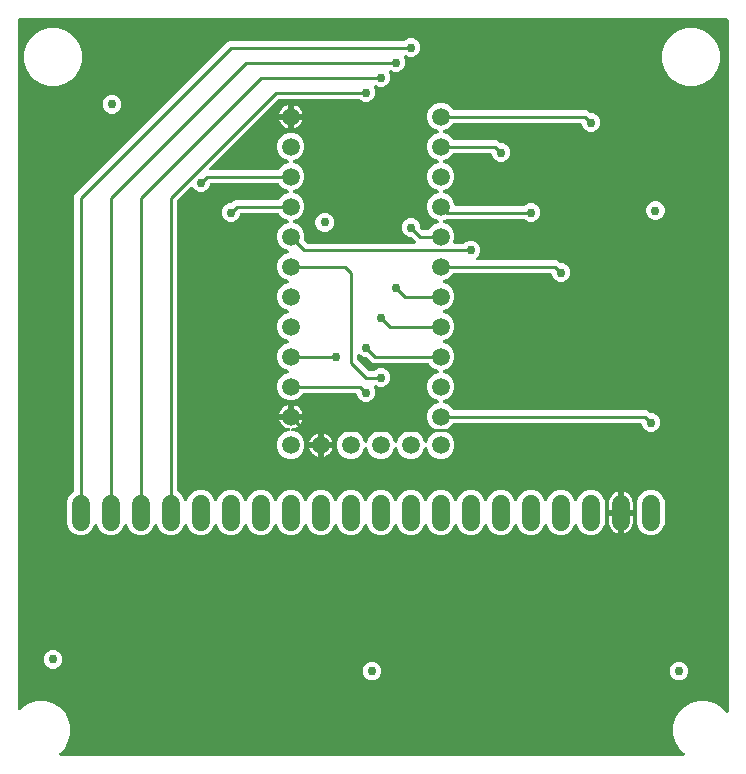
<source format=gbr>
G04 EAGLE Gerber RS-274X export*
G75*
%MOMM*%
%FSLAX34Y34*%
%LPD*%
%INTop Copper*%
%IPPOS*%
%AMOC8*
5,1,8,0,0,1.08239X$1,22.5*%
G01*
%ADD10C,1.524000*%
%ADD11C,1.508000*%
%ADD12C,0.254000*%
%ADD13C,0.756400*%

G36*
X573637Y9578D02*
X573637Y9578D01*
X573776Y9591D01*
X573795Y9598D01*
X573815Y9601D01*
X573944Y9652D01*
X574075Y9699D01*
X574092Y9710D01*
X574111Y9718D01*
X574223Y9799D01*
X574338Y9877D01*
X574352Y9893D01*
X574368Y9904D01*
X574457Y10012D01*
X574549Y10116D01*
X574558Y10134D01*
X574571Y10149D01*
X574630Y10275D01*
X574693Y10399D01*
X574698Y10419D01*
X574706Y10437D01*
X574733Y10573D01*
X574763Y10709D01*
X574762Y10730D01*
X574766Y10749D01*
X574758Y10888D01*
X574753Y11027D01*
X574748Y11047D01*
X574746Y11067D01*
X574704Y11199D01*
X574665Y11333D01*
X574655Y11350D01*
X574648Y11369D01*
X574574Y11487D01*
X574503Y11607D01*
X574485Y11628D01*
X574478Y11638D01*
X574463Y11652D01*
X574397Y11727D01*
X570266Y15858D01*
X567020Y21481D01*
X565339Y27753D01*
X565339Y34247D01*
X567020Y40519D01*
X570266Y46142D01*
X574858Y50734D01*
X580481Y53980D01*
X586753Y55661D01*
X593247Y55661D01*
X599519Y53980D01*
X605142Y50734D01*
X609773Y46103D01*
X609882Y46018D01*
X609989Y45929D01*
X610008Y45920D01*
X610024Y45908D01*
X610152Y45853D01*
X610277Y45794D01*
X610297Y45790D01*
X610316Y45782D01*
X610454Y45760D01*
X610590Y45734D01*
X610610Y45735D01*
X610630Y45732D01*
X610769Y45745D01*
X610907Y45754D01*
X610926Y45760D01*
X610946Y45762D01*
X611078Y45809D01*
X611209Y45852D01*
X611227Y45862D01*
X611246Y45869D01*
X611361Y45947D01*
X611478Y46022D01*
X611492Y46037D01*
X611509Y46048D01*
X611601Y46152D01*
X611696Y46253D01*
X611706Y46271D01*
X611719Y46286D01*
X611783Y46410D01*
X611850Y46532D01*
X611855Y46551D01*
X611864Y46570D01*
X611894Y46705D01*
X611929Y46840D01*
X611931Y46868D01*
X611934Y46880D01*
X611933Y46900D01*
X611939Y47000D01*
X611939Y632370D01*
X611924Y632488D01*
X611917Y632607D01*
X611904Y632645D01*
X611899Y632686D01*
X611856Y632796D01*
X611819Y632909D01*
X611797Y632944D01*
X611782Y632981D01*
X611713Y633077D01*
X611649Y633178D01*
X611619Y633206D01*
X611596Y633239D01*
X611504Y633315D01*
X611417Y633396D01*
X611382Y633416D01*
X611351Y633441D01*
X611243Y633492D01*
X611139Y633550D01*
X611099Y633560D01*
X611063Y633577D01*
X610946Y633599D01*
X610831Y633629D01*
X610771Y633633D01*
X610751Y633637D01*
X610730Y633635D01*
X610670Y633639D01*
X11430Y633639D01*
X11312Y633624D01*
X11193Y633617D01*
X11155Y633604D01*
X11114Y633599D01*
X11004Y633556D01*
X10891Y633519D01*
X10856Y633497D01*
X10819Y633482D01*
X10723Y633413D01*
X10622Y633349D01*
X10594Y633319D01*
X10561Y633296D01*
X10485Y633204D01*
X10404Y633117D01*
X10384Y633082D01*
X10359Y633051D01*
X10308Y632943D01*
X10250Y632839D01*
X10240Y632799D01*
X10223Y632763D01*
X10201Y632646D01*
X10171Y632531D01*
X10167Y632471D01*
X10163Y632451D01*
X10165Y632430D01*
X10161Y632370D01*
X10161Y49100D01*
X10178Y48963D01*
X10191Y48824D01*
X10198Y48805D01*
X10201Y48785D01*
X10252Y48656D01*
X10299Y48525D01*
X10310Y48508D01*
X10318Y48489D01*
X10399Y48377D01*
X10477Y48262D01*
X10493Y48248D01*
X10504Y48232D01*
X10612Y48143D01*
X10716Y48051D01*
X10734Y48042D01*
X10749Y48029D01*
X10875Y47970D01*
X10999Y47907D01*
X11019Y47902D01*
X11037Y47894D01*
X11173Y47867D01*
X11309Y47837D01*
X11330Y47838D01*
X11349Y47834D01*
X11488Y47842D01*
X11627Y47847D01*
X11647Y47852D01*
X11667Y47854D01*
X11799Y47896D01*
X11933Y47935D01*
X11950Y47945D01*
X11969Y47952D01*
X12087Y48026D01*
X12207Y48097D01*
X12228Y48115D01*
X12238Y48122D01*
X12252Y48137D01*
X12327Y48203D01*
X14858Y50734D01*
X20481Y53980D01*
X26753Y55661D01*
X33247Y55661D01*
X39519Y53980D01*
X45142Y50734D01*
X49734Y46142D01*
X52980Y40519D01*
X54661Y34247D01*
X54661Y27753D01*
X52980Y21481D01*
X49734Y15858D01*
X45603Y11727D01*
X45518Y11618D01*
X45429Y11511D01*
X45420Y11492D01*
X45408Y11476D01*
X45353Y11348D01*
X45294Y11223D01*
X45290Y11203D01*
X45282Y11184D01*
X45260Y11046D01*
X45234Y10910D01*
X45235Y10890D01*
X45232Y10870D01*
X45245Y10731D01*
X45254Y10593D01*
X45260Y10574D01*
X45262Y10554D01*
X45309Y10422D01*
X45352Y10291D01*
X45362Y10273D01*
X45369Y10254D01*
X45447Y10139D01*
X45522Y10022D01*
X45537Y10008D01*
X45548Y9991D01*
X45652Y9899D01*
X45753Y9804D01*
X45771Y9794D01*
X45786Y9781D01*
X45910Y9717D01*
X46032Y9650D01*
X46051Y9645D01*
X46070Y9636D01*
X46205Y9606D01*
X46340Y9571D01*
X46368Y9569D01*
X46380Y9566D01*
X46400Y9567D01*
X46500Y9561D01*
X573500Y9561D01*
X573637Y9578D01*
G37*
%LPC*%
G36*
X61176Y195995D02*
X61176Y195995D01*
X56881Y197774D01*
X53594Y201061D01*
X51815Y205356D01*
X51815Y225244D01*
X53594Y229539D01*
X56881Y232826D01*
X57382Y233033D01*
X57407Y233048D01*
X57435Y233057D01*
X57545Y233126D01*
X57658Y233191D01*
X57679Y233211D01*
X57704Y233227D01*
X57793Y233322D01*
X57886Y233412D01*
X57902Y233437D01*
X57922Y233459D01*
X57962Y233530D01*
X57967Y233537D01*
X57979Y233561D01*
X57985Y233573D01*
X58053Y233683D01*
X58061Y233711D01*
X58076Y233737D01*
X58093Y233803D01*
X58103Y233825D01*
X58114Y233881D01*
X58146Y233987D01*
X58148Y234017D01*
X58155Y234045D01*
X58160Y234124D01*
X58163Y234137D01*
X58162Y234152D01*
X58165Y234206D01*
X58165Y483061D01*
X58977Y485022D01*
X187478Y613523D01*
X189439Y614335D01*
X336612Y614335D01*
X336710Y614347D01*
X336809Y614350D01*
X336867Y614367D01*
X336928Y614375D01*
X337020Y614411D01*
X337115Y614439D01*
X337167Y614469D01*
X337223Y614492D01*
X337303Y614550D01*
X337389Y614600D01*
X337464Y614666D01*
X337481Y614678D01*
X337488Y614688D01*
X337510Y614706D01*
X338455Y615652D01*
X341339Y616847D01*
X344461Y616847D01*
X347345Y615652D01*
X349552Y613445D01*
X350747Y610561D01*
X350747Y607439D01*
X349552Y604555D01*
X347345Y602348D01*
X344461Y601153D01*
X341339Y601153D01*
X338550Y602309D01*
X338416Y602345D01*
X338283Y602386D01*
X338262Y602387D01*
X338243Y602393D01*
X338103Y602395D01*
X337965Y602401D01*
X337945Y602397D01*
X337925Y602398D01*
X337789Y602365D01*
X337654Y602337D01*
X337635Y602328D01*
X337616Y602324D01*
X337493Y602259D01*
X337368Y602197D01*
X337352Y602184D01*
X337335Y602175D01*
X337232Y602081D01*
X337126Y601991D01*
X337114Y601975D01*
X337099Y601961D01*
X337023Y601845D01*
X336943Y601731D01*
X336936Y601712D01*
X336924Y601695D01*
X336879Y601564D01*
X336830Y601434D01*
X336828Y601414D01*
X336821Y601394D01*
X336810Y601256D01*
X336795Y601118D01*
X336798Y601098D01*
X336796Y601077D01*
X336820Y600940D01*
X336839Y600803D01*
X336848Y600776D01*
X336850Y600764D01*
X336859Y600745D01*
X336891Y600650D01*
X338047Y597861D01*
X338047Y594739D01*
X336852Y591855D01*
X334645Y589648D01*
X331761Y588453D01*
X328639Y588453D01*
X325850Y589609D01*
X325716Y589645D01*
X325583Y589686D01*
X325562Y589687D01*
X325543Y589693D01*
X325403Y589695D01*
X325265Y589701D01*
X325245Y589697D01*
X325225Y589698D01*
X325089Y589665D01*
X324954Y589637D01*
X324935Y589628D01*
X324916Y589624D01*
X324793Y589559D01*
X324668Y589497D01*
X324652Y589484D01*
X324635Y589475D01*
X324532Y589381D01*
X324426Y589291D01*
X324414Y589275D01*
X324399Y589261D01*
X324323Y589145D01*
X324243Y589031D01*
X324236Y589012D01*
X324224Y588995D01*
X324179Y588864D01*
X324130Y588734D01*
X324128Y588714D01*
X324121Y588694D01*
X324110Y588556D01*
X324095Y588418D01*
X324098Y588398D01*
X324096Y588377D01*
X324120Y588240D01*
X324139Y588103D01*
X324148Y588076D01*
X324150Y588064D01*
X324159Y588045D01*
X324191Y587950D01*
X325347Y585161D01*
X325347Y582039D01*
X324152Y579155D01*
X321945Y576948D01*
X319061Y575753D01*
X315939Y575753D01*
X313150Y576909D01*
X313016Y576945D01*
X312883Y576986D01*
X312862Y576987D01*
X312843Y576993D01*
X312703Y576995D01*
X312565Y577001D01*
X312545Y576997D01*
X312525Y576998D01*
X312389Y576965D01*
X312254Y576937D01*
X312235Y576928D01*
X312216Y576924D01*
X312093Y576859D01*
X311968Y576797D01*
X311952Y576784D01*
X311935Y576775D01*
X311832Y576681D01*
X311726Y576591D01*
X311714Y576575D01*
X311699Y576561D01*
X311623Y576445D01*
X311543Y576331D01*
X311536Y576312D01*
X311524Y576295D01*
X311479Y576164D01*
X311430Y576034D01*
X311428Y576014D01*
X311421Y575994D01*
X311410Y575856D01*
X311395Y575718D01*
X311398Y575698D01*
X311396Y575677D01*
X311420Y575540D01*
X311439Y575403D01*
X311448Y575376D01*
X311450Y575364D01*
X311459Y575345D01*
X311491Y575250D01*
X312647Y572461D01*
X312647Y569339D01*
X311452Y566455D01*
X309245Y564248D01*
X306361Y563053D01*
X303239Y563053D01*
X300355Y564248D01*
X299410Y565193D01*
X299331Y565254D01*
X299259Y565322D01*
X299206Y565351D01*
X299158Y565388D01*
X299067Y565428D01*
X298981Y565476D01*
X298922Y565491D01*
X298866Y565515D01*
X298768Y565530D01*
X298673Y565555D01*
X298573Y565561D01*
X298552Y565565D01*
X298540Y565563D01*
X298512Y565565D01*
X231335Y565565D01*
X231237Y565553D01*
X231138Y565550D01*
X231080Y565533D01*
X231020Y565525D01*
X230928Y565489D01*
X230833Y565461D01*
X230781Y565431D01*
X230724Y565408D01*
X230644Y565350D01*
X230559Y565300D01*
X230483Y565234D01*
X230467Y565222D01*
X230459Y565212D01*
X230438Y565194D01*
X172526Y507281D01*
X172441Y507172D01*
X172352Y507065D01*
X172343Y507046D01*
X172331Y507030D01*
X172276Y506902D01*
X172216Y506777D01*
X172213Y506757D01*
X172205Y506738D01*
X172183Y506600D01*
X172157Y506464D01*
X172158Y506444D01*
X172155Y506424D01*
X172168Y506285D01*
X172176Y506147D01*
X172183Y506128D01*
X172185Y506108D01*
X172232Y505976D01*
X172274Y505845D01*
X172285Y505827D01*
X172292Y505808D01*
X172370Y505693D01*
X172445Y505576D01*
X172459Y505562D01*
X172471Y505545D01*
X172575Y505453D01*
X172676Y505358D01*
X172694Y505348D01*
X172709Y505335D01*
X172833Y505271D01*
X172955Y505204D01*
X172974Y505199D01*
X172992Y505190D01*
X173128Y505160D01*
X173263Y505125D01*
X173291Y505123D01*
X173303Y505120D01*
X173323Y505121D01*
X173423Y505115D01*
X230101Y505115D01*
X230130Y505118D01*
X230160Y505116D01*
X230287Y505138D01*
X230416Y505155D01*
X230444Y505165D01*
X230473Y505171D01*
X230591Y505224D01*
X230712Y505272D01*
X230736Y505289D01*
X230763Y505301D01*
X230864Y505382D01*
X230969Y505458D01*
X230988Y505481D01*
X231011Y505500D01*
X231089Y505603D01*
X231172Y505703D01*
X231185Y505730D01*
X231202Y505754D01*
X231273Y505898D01*
X231462Y506354D01*
X234726Y509618D01*
X238805Y511307D01*
X238926Y511376D01*
X239049Y511441D01*
X239064Y511455D01*
X239081Y511465D01*
X239181Y511562D01*
X239284Y511655D01*
X239295Y511672D01*
X239310Y511686D01*
X239383Y511805D01*
X239459Y511921D01*
X239465Y511940D01*
X239476Y511957D01*
X239517Y512090D01*
X239562Y512222D01*
X239563Y512242D01*
X239569Y512261D01*
X239576Y512400D01*
X239587Y512539D01*
X239584Y512559D01*
X239585Y512579D01*
X239556Y512715D01*
X239533Y512852D01*
X239524Y512871D01*
X239520Y512890D01*
X239459Y513016D01*
X239402Y513142D01*
X239390Y513158D01*
X239381Y513176D01*
X239290Y513282D01*
X239204Y513390D01*
X239187Y513403D01*
X239174Y513418D01*
X239060Y513498D01*
X238949Y513582D01*
X238924Y513594D01*
X238914Y513601D01*
X238895Y513608D01*
X238805Y513653D01*
X234726Y515342D01*
X231462Y518606D01*
X229695Y522872D01*
X229695Y527488D01*
X231462Y531754D01*
X234726Y535018D01*
X238992Y536785D01*
X243608Y536785D01*
X247874Y535018D01*
X251138Y531754D01*
X252905Y527488D01*
X252905Y522872D01*
X251138Y518606D01*
X247874Y515342D01*
X243795Y513653D01*
X243675Y513584D01*
X243551Y513519D01*
X243536Y513505D01*
X243519Y513495D01*
X243419Y513398D01*
X243316Y513305D01*
X243305Y513288D01*
X243290Y513274D01*
X243218Y513156D01*
X243141Y513039D01*
X243135Y513020D01*
X243124Y513003D01*
X243083Y512870D01*
X243038Y512738D01*
X243036Y512718D01*
X243031Y512699D01*
X243024Y512560D01*
X243013Y512421D01*
X243016Y512401D01*
X243015Y512381D01*
X243044Y512245D01*
X243067Y512108D01*
X243076Y512089D01*
X243080Y512070D01*
X243141Y511945D01*
X243198Y511818D01*
X243210Y511802D01*
X243219Y511784D01*
X243310Y511678D01*
X243396Y511570D01*
X243413Y511557D01*
X243426Y511542D01*
X243539Y511462D01*
X243651Y511378D01*
X243676Y511366D01*
X243686Y511359D01*
X243705Y511352D01*
X243795Y511307D01*
X247874Y509618D01*
X251138Y506354D01*
X252905Y502088D01*
X252905Y497472D01*
X251138Y493206D01*
X247874Y489942D01*
X243795Y488253D01*
X243675Y488184D01*
X243551Y488119D01*
X243536Y488105D01*
X243519Y488095D01*
X243419Y487998D01*
X243316Y487905D01*
X243305Y487888D01*
X243290Y487874D01*
X243218Y487756D01*
X243141Y487639D01*
X243135Y487620D01*
X243124Y487603D01*
X243083Y487470D01*
X243038Y487338D01*
X243036Y487318D01*
X243031Y487299D01*
X243024Y487160D01*
X243013Y487021D01*
X243016Y487001D01*
X243015Y486981D01*
X243044Y486845D01*
X243067Y486708D01*
X243076Y486689D01*
X243080Y486670D01*
X243141Y486545D01*
X243198Y486418D01*
X243210Y486402D01*
X243219Y486384D01*
X243310Y486278D01*
X243396Y486170D01*
X243413Y486157D01*
X243426Y486142D01*
X243539Y486062D01*
X243651Y485978D01*
X243676Y485966D01*
X243686Y485959D01*
X243705Y485952D01*
X243795Y485907D01*
X247874Y484218D01*
X251138Y480954D01*
X252905Y476688D01*
X252905Y472072D01*
X251138Y467806D01*
X247874Y464542D01*
X243795Y462853D01*
X243675Y462784D01*
X243551Y462719D01*
X243536Y462705D01*
X243519Y462695D01*
X243419Y462598D01*
X243316Y462505D01*
X243305Y462488D01*
X243290Y462474D01*
X243218Y462356D01*
X243141Y462239D01*
X243135Y462220D01*
X243124Y462203D01*
X243083Y462070D01*
X243038Y461938D01*
X243036Y461918D01*
X243031Y461899D01*
X243024Y461760D01*
X243013Y461621D01*
X243016Y461601D01*
X243015Y461581D01*
X243044Y461445D01*
X243067Y461308D01*
X243076Y461289D01*
X243080Y461270D01*
X243141Y461145D01*
X243198Y461018D01*
X243210Y461002D01*
X243219Y460984D01*
X243310Y460878D01*
X243396Y460770D01*
X243413Y460757D01*
X243426Y460742D01*
X243539Y460662D01*
X243651Y460578D01*
X243676Y460566D01*
X243686Y460559D01*
X243705Y460552D01*
X243795Y460507D01*
X247874Y458818D01*
X251138Y455554D01*
X252905Y451288D01*
X252905Y446672D01*
X252716Y446216D01*
X252708Y446188D01*
X252695Y446162D01*
X252666Y446035D01*
X252632Y445910D01*
X252632Y445880D01*
X252625Y445851D01*
X252629Y445722D01*
X252627Y445592D01*
X252634Y445563D01*
X252635Y445533D01*
X252671Y445409D01*
X252701Y445282D01*
X252715Y445256D01*
X252723Y445228D01*
X252789Y445116D01*
X252850Y445001D01*
X252870Y444979D01*
X252885Y444954D01*
X252991Y444833D01*
X254568Y443256D01*
X254646Y443196D01*
X254718Y443128D01*
X254771Y443099D01*
X254819Y443062D01*
X254910Y443022D01*
X254997Y442974D01*
X255055Y442959D01*
X255111Y442935D01*
X255209Y442920D01*
X255305Y442895D01*
X255405Y442889D01*
X255425Y442885D01*
X255437Y442887D01*
X255465Y442885D01*
X346007Y442885D01*
X346144Y442902D01*
X346283Y442915D01*
X346302Y442922D01*
X346322Y442925D01*
X346451Y442976D01*
X346582Y443023D01*
X346599Y443034D01*
X346618Y443042D01*
X346730Y443123D01*
X346845Y443201D01*
X346859Y443217D01*
X346875Y443228D01*
X346964Y443336D01*
X347056Y443440D01*
X347065Y443458D01*
X347078Y443473D01*
X347137Y443599D01*
X347200Y443723D01*
X347205Y443743D01*
X347214Y443761D01*
X347240Y443897D01*
X347270Y444033D01*
X347269Y444053D01*
X347273Y444073D01*
X347265Y444212D01*
X347260Y444351D01*
X347255Y444371D01*
X347254Y444391D01*
X347211Y444523D01*
X347172Y444657D01*
X347162Y444674D01*
X347156Y444693D01*
X347081Y444811D01*
X347010Y444931D01*
X346992Y444952D01*
X346985Y444962D01*
X346970Y444976D01*
X346904Y445051D01*
X343574Y448382D01*
X343496Y448442D01*
X343424Y448510D01*
X343371Y448539D01*
X343323Y448576D01*
X343232Y448616D01*
X343145Y448664D01*
X343087Y448679D01*
X343031Y448703D01*
X342933Y448718D01*
X342837Y448743D01*
X342737Y448749D01*
X342717Y448753D01*
X342705Y448751D01*
X342677Y448753D01*
X341339Y448753D01*
X338455Y449948D01*
X336248Y452155D01*
X335053Y455039D01*
X335053Y458161D01*
X336248Y461045D01*
X338455Y463252D01*
X341339Y464447D01*
X344461Y464447D01*
X347345Y463252D01*
X349552Y461045D01*
X350747Y458161D01*
X350747Y456823D01*
X350759Y456725D01*
X350762Y456626D01*
X350779Y456568D01*
X350787Y456508D01*
X350823Y456416D01*
X350851Y456321D01*
X350881Y456269D01*
X350904Y456212D01*
X350962Y456132D01*
X351012Y456047D01*
X351078Y455971D01*
X351090Y455955D01*
X351100Y455947D01*
X351118Y455926D01*
X352358Y454686D01*
X352436Y454626D01*
X352508Y454558D01*
X352561Y454529D01*
X352609Y454492D01*
X352700Y454452D01*
X352787Y454404D01*
X352845Y454389D01*
X352901Y454365D01*
X352999Y454350D01*
X353095Y454325D01*
X353195Y454319D01*
X353215Y454315D01*
X353227Y454317D01*
X353255Y454315D01*
X357101Y454315D01*
X357130Y454318D01*
X357160Y454316D01*
X357287Y454338D01*
X357416Y454355D01*
X357444Y454365D01*
X357473Y454371D01*
X357591Y454424D01*
X357712Y454472D01*
X357736Y454489D01*
X357763Y454501D01*
X357864Y454582D01*
X357969Y454658D01*
X357988Y454681D01*
X358011Y454700D01*
X358089Y454803D01*
X358172Y454903D01*
X358185Y454930D01*
X358202Y454954D01*
X358273Y455098D01*
X358462Y455554D01*
X361726Y458818D01*
X365805Y460507D01*
X365925Y460576D01*
X366049Y460641D01*
X366064Y460655D01*
X366081Y460665D01*
X366181Y460762D01*
X366284Y460855D01*
X366295Y460872D01*
X366310Y460886D01*
X366382Y461004D01*
X366459Y461121D01*
X366465Y461140D01*
X366476Y461157D01*
X366517Y461290D01*
X366562Y461422D01*
X366564Y461442D01*
X366569Y461461D01*
X366576Y461600D01*
X366587Y461739D01*
X366584Y461759D01*
X366585Y461779D01*
X366556Y461915D01*
X366533Y462052D01*
X366524Y462071D01*
X366520Y462090D01*
X366459Y462215D01*
X366402Y462342D01*
X366390Y462358D01*
X366381Y462376D01*
X366290Y462482D01*
X366204Y462590D01*
X366187Y462603D01*
X366174Y462618D01*
X366061Y462698D01*
X365949Y462782D01*
X365924Y462794D01*
X365914Y462801D01*
X365895Y462808D01*
X365805Y462853D01*
X361726Y464542D01*
X358462Y467806D01*
X356695Y472072D01*
X356695Y476688D01*
X358462Y480954D01*
X361726Y484218D01*
X365805Y485907D01*
X365925Y485976D01*
X366049Y486041D01*
X366064Y486055D01*
X366081Y486065D01*
X366181Y486162D01*
X366284Y486255D01*
X366295Y486272D01*
X366310Y486286D01*
X366382Y486404D01*
X366459Y486521D01*
X366465Y486540D01*
X366476Y486557D01*
X366517Y486690D01*
X366562Y486822D01*
X366564Y486842D01*
X366569Y486861D01*
X366576Y487000D01*
X366587Y487139D01*
X366584Y487159D01*
X366585Y487179D01*
X366556Y487315D01*
X366533Y487452D01*
X366524Y487471D01*
X366520Y487490D01*
X366459Y487615D01*
X366402Y487742D01*
X366390Y487758D01*
X366381Y487776D01*
X366290Y487882D01*
X366204Y487990D01*
X366187Y488003D01*
X366174Y488018D01*
X366061Y488098D01*
X365949Y488182D01*
X365924Y488194D01*
X365914Y488201D01*
X365895Y488208D01*
X365805Y488253D01*
X361726Y489942D01*
X358462Y493206D01*
X356695Y497472D01*
X356695Y502088D01*
X358462Y506354D01*
X361726Y509618D01*
X365805Y511307D01*
X365925Y511376D01*
X366049Y511441D01*
X366064Y511455D01*
X366081Y511465D01*
X366181Y511562D01*
X366284Y511655D01*
X366295Y511672D01*
X366310Y511686D01*
X366382Y511804D01*
X366459Y511921D01*
X366465Y511940D01*
X366476Y511957D01*
X366517Y512090D01*
X366562Y512222D01*
X366564Y512242D01*
X366569Y512261D01*
X366576Y512400D01*
X366587Y512539D01*
X366584Y512559D01*
X366585Y512579D01*
X366556Y512715D01*
X366533Y512852D01*
X366524Y512871D01*
X366520Y512890D01*
X366459Y513015D01*
X366402Y513142D01*
X366390Y513158D01*
X366381Y513176D01*
X366290Y513282D01*
X366204Y513390D01*
X366187Y513403D01*
X366174Y513418D01*
X366061Y513498D01*
X365949Y513582D01*
X365924Y513594D01*
X365914Y513601D01*
X365895Y513608D01*
X365805Y513653D01*
X361726Y515342D01*
X358462Y518606D01*
X356695Y522872D01*
X356695Y527488D01*
X358462Y531754D01*
X361726Y535018D01*
X365805Y536707D01*
X365925Y536776D01*
X366049Y536841D01*
X366064Y536855D01*
X366081Y536865D01*
X366181Y536962D01*
X366284Y537055D01*
X366295Y537072D01*
X366310Y537086D01*
X366382Y537204D01*
X366459Y537321D01*
X366465Y537340D01*
X366476Y537357D01*
X366517Y537490D01*
X366562Y537622D01*
X366564Y537642D01*
X366569Y537661D01*
X366576Y537800D01*
X366587Y537939D01*
X366584Y537959D01*
X366585Y537979D01*
X366556Y538115D01*
X366533Y538252D01*
X366524Y538271D01*
X366520Y538290D01*
X366459Y538415D01*
X366402Y538542D01*
X366390Y538558D01*
X366381Y538576D01*
X366290Y538682D01*
X366204Y538790D01*
X366187Y538803D01*
X366174Y538818D01*
X366061Y538898D01*
X365949Y538982D01*
X365924Y538994D01*
X365914Y539001D01*
X365895Y539008D01*
X365805Y539053D01*
X361726Y540742D01*
X358462Y544006D01*
X356695Y548272D01*
X356695Y552888D01*
X358462Y557154D01*
X361726Y560418D01*
X365992Y562185D01*
X370608Y562185D01*
X374874Y560418D01*
X378138Y557154D01*
X378327Y556698D01*
X378341Y556673D01*
X378350Y556645D01*
X378420Y556535D01*
X378484Y556422D01*
X378505Y556401D01*
X378520Y556376D01*
X378615Y556287D01*
X378705Y556194D01*
X378731Y556178D01*
X378752Y556158D01*
X378866Y556095D01*
X378977Y556027D01*
X379005Y556019D01*
X379031Y556004D01*
X379156Y555972D01*
X379280Y555934D01*
X379310Y555932D01*
X379339Y555925D01*
X379499Y555915D01*
X491281Y555915D01*
X493242Y555103D01*
X494626Y553718D01*
X494704Y553658D01*
X494776Y553590D01*
X494829Y553561D01*
X494877Y553524D01*
X494968Y553484D01*
X495055Y553436D01*
X495113Y553421D01*
X495169Y553397D01*
X495267Y553382D01*
X495363Y553357D01*
X495463Y553351D01*
X495483Y553347D01*
X495495Y553349D01*
X495523Y553347D01*
X496861Y553347D01*
X499745Y552152D01*
X501952Y549945D01*
X503147Y547061D01*
X503147Y543939D01*
X501952Y541055D01*
X499745Y538848D01*
X496861Y537653D01*
X493739Y537653D01*
X490855Y538848D01*
X488648Y541055D01*
X487453Y543939D01*
X487453Y543976D01*
X487438Y544094D01*
X487431Y544213D01*
X487418Y544251D01*
X487413Y544292D01*
X487370Y544402D01*
X487333Y544515D01*
X487311Y544550D01*
X487296Y544587D01*
X487227Y544683D01*
X487163Y544784D01*
X487133Y544812D01*
X487110Y544845D01*
X487018Y544921D01*
X486931Y545002D01*
X486896Y545022D01*
X486865Y545047D01*
X486757Y545098D01*
X486653Y545156D01*
X486613Y545166D01*
X486577Y545183D01*
X486460Y545205D01*
X486345Y545235D01*
X486285Y545239D01*
X486265Y545243D01*
X486244Y545241D01*
X486184Y545245D01*
X379499Y545245D01*
X379470Y545242D01*
X379440Y545244D01*
X379313Y545222D01*
X379184Y545205D01*
X379156Y545195D01*
X379127Y545189D01*
X379009Y545136D01*
X378888Y545088D01*
X378864Y545071D01*
X378837Y545059D01*
X378736Y544978D01*
X378631Y544902D01*
X378612Y544879D01*
X378589Y544860D01*
X378511Y544757D01*
X378428Y544657D01*
X378415Y544630D01*
X378398Y544606D01*
X378327Y544462D01*
X378138Y544006D01*
X374874Y540742D01*
X370795Y539053D01*
X370674Y538984D01*
X370551Y538919D01*
X370536Y538905D01*
X370519Y538895D01*
X370419Y538798D01*
X370316Y538705D01*
X370305Y538688D01*
X370290Y538674D01*
X370217Y538555D01*
X370141Y538439D01*
X370135Y538420D01*
X370124Y538403D01*
X370083Y538270D01*
X370038Y538138D01*
X370037Y538118D01*
X370031Y538099D01*
X370024Y537960D01*
X370013Y537821D01*
X370016Y537801D01*
X370015Y537781D01*
X370044Y537645D01*
X370067Y537508D01*
X370076Y537489D01*
X370080Y537470D01*
X370141Y537344D01*
X370198Y537218D01*
X370210Y537202D01*
X370219Y537184D01*
X370310Y537078D01*
X370396Y536970D01*
X370413Y536957D01*
X370426Y536942D01*
X370540Y536862D01*
X370651Y536778D01*
X370676Y536766D01*
X370686Y536759D01*
X370705Y536752D01*
X370795Y536707D01*
X374874Y535018D01*
X378138Y531754D01*
X378327Y531298D01*
X378341Y531273D01*
X378350Y531245D01*
X378420Y531135D01*
X378484Y531022D01*
X378505Y531001D01*
X378520Y530976D01*
X378615Y530887D01*
X378705Y530794D01*
X378731Y530778D01*
X378752Y530758D01*
X378866Y530695D01*
X378977Y530627D01*
X379005Y530619D01*
X379031Y530604D01*
X379156Y530572D01*
X379280Y530534D01*
X379310Y530532D01*
X379339Y530525D01*
X379499Y530515D01*
X415081Y530515D01*
X417042Y529703D01*
X418426Y528318D01*
X418504Y528258D01*
X418576Y528190D01*
X418629Y528161D01*
X418677Y528124D01*
X418768Y528084D01*
X418855Y528036D01*
X418913Y528021D01*
X418969Y527997D01*
X419067Y527982D01*
X419163Y527957D01*
X419263Y527951D01*
X419283Y527947D01*
X419295Y527949D01*
X419323Y527947D01*
X420661Y527947D01*
X423545Y526752D01*
X425752Y524545D01*
X426947Y521661D01*
X426947Y518539D01*
X425752Y515655D01*
X423545Y513448D01*
X420661Y512253D01*
X417539Y512253D01*
X414655Y513448D01*
X412448Y515655D01*
X411253Y518539D01*
X411253Y518576D01*
X411238Y518694D01*
X411231Y518813D01*
X411218Y518851D01*
X411213Y518892D01*
X411170Y519002D01*
X411133Y519115D01*
X411111Y519150D01*
X411096Y519187D01*
X411027Y519283D01*
X410963Y519384D01*
X410933Y519412D01*
X410910Y519445D01*
X410818Y519521D01*
X410731Y519602D01*
X410696Y519622D01*
X410665Y519647D01*
X410557Y519698D01*
X410453Y519756D01*
X410413Y519766D01*
X410377Y519783D01*
X410260Y519805D01*
X410145Y519835D01*
X410085Y519839D01*
X410065Y519843D01*
X410044Y519841D01*
X409984Y519845D01*
X379499Y519845D01*
X379470Y519842D01*
X379440Y519844D01*
X379313Y519822D01*
X379184Y519805D01*
X379156Y519795D01*
X379127Y519789D01*
X379009Y519736D01*
X378888Y519688D01*
X378864Y519671D01*
X378837Y519659D01*
X378736Y519578D01*
X378631Y519502D01*
X378612Y519479D01*
X378589Y519460D01*
X378511Y519357D01*
X378428Y519257D01*
X378415Y519230D01*
X378398Y519206D01*
X378327Y519062D01*
X378138Y518606D01*
X374874Y515342D01*
X370795Y513653D01*
X370674Y513584D01*
X370551Y513519D01*
X370536Y513505D01*
X370519Y513495D01*
X370419Y513398D01*
X370316Y513305D01*
X370305Y513288D01*
X370290Y513274D01*
X370217Y513155D01*
X370141Y513039D01*
X370135Y513020D01*
X370124Y513003D01*
X370083Y512870D01*
X370038Y512738D01*
X370037Y512718D01*
X370031Y512699D01*
X370024Y512560D01*
X370013Y512421D01*
X370016Y512401D01*
X370015Y512381D01*
X370044Y512245D01*
X370067Y512108D01*
X370076Y512089D01*
X370080Y512070D01*
X370141Y511944D01*
X370198Y511818D01*
X370210Y511802D01*
X370219Y511784D01*
X370310Y511678D01*
X370396Y511570D01*
X370413Y511557D01*
X370426Y511542D01*
X370540Y511462D01*
X370651Y511378D01*
X370676Y511366D01*
X370686Y511359D01*
X370705Y511352D01*
X370795Y511307D01*
X374874Y509618D01*
X378138Y506354D01*
X379905Y502088D01*
X379905Y497472D01*
X378138Y493206D01*
X374874Y489942D01*
X370795Y488253D01*
X370674Y488184D01*
X370551Y488119D01*
X370536Y488105D01*
X370519Y488095D01*
X370419Y487998D01*
X370316Y487905D01*
X370305Y487888D01*
X370290Y487874D01*
X370217Y487755D01*
X370141Y487639D01*
X370135Y487620D01*
X370124Y487603D01*
X370083Y487470D01*
X370038Y487338D01*
X370037Y487318D01*
X370031Y487299D01*
X370024Y487160D01*
X370013Y487021D01*
X370016Y487001D01*
X370015Y486981D01*
X370044Y486845D01*
X370067Y486708D01*
X370076Y486689D01*
X370080Y486670D01*
X370141Y486544D01*
X370198Y486418D01*
X370210Y486402D01*
X370219Y486384D01*
X370310Y486278D01*
X370396Y486170D01*
X370413Y486157D01*
X370426Y486142D01*
X370540Y486062D01*
X370651Y485978D01*
X370676Y485966D01*
X370686Y485959D01*
X370705Y485952D01*
X370795Y485907D01*
X374874Y484218D01*
X378138Y480954D01*
X379905Y476688D01*
X379905Y475904D01*
X379920Y475786D01*
X379927Y475667D01*
X379940Y475629D01*
X379945Y475588D01*
X379988Y475478D01*
X380025Y475365D01*
X380047Y475330D01*
X380062Y475293D01*
X380131Y475197D01*
X380195Y475096D01*
X380225Y475068D01*
X380248Y475035D01*
X380340Y474959D01*
X380427Y474878D01*
X380462Y474858D01*
X380493Y474833D01*
X380601Y474782D01*
X380705Y474724D01*
X380745Y474714D01*
X380781Y474697D01*
X380898Y474675D01*
X381013Y474645D01*
X381073Y474641D01*
X381093Y474637D01*
X381114Y474639D01*
X381174Y474635D01*
X438212Y474635D01*
X438310Y474647D01*
X438409Y474650D01*
X438467Y474667D01*
X438528Y474675D01*
X438620Y474711D01*
X438715Y474739D01*
X438767Y474769D01*
X438823Y474792D01*
X438903Y474850D01*
X438989Y474900D01*
X439064Y474966D01*
X439081Y474978D01*
X439088Y474988D01*
X439110Y475006D01*
X440055Y475952D01*
X442939Y477147D01*
X446061Y477147D01*
X448945Y475952D01*
X451152Y473745D01*
X452347Y470861D01*
X452347Y467739D01*
X451152Y464855D01*
X448945Y462648D01*
X446061Y461453D01*
X442939Y461453D01*
X440055Y462648D01*
X439110Y463594D01*
X439031Y463654D01*
X438959Y463722D01*
X438906Y463751D01*
X438858Y463788D01*
X438767Y463828D01*
X438681Y463876D01*
X438622Y463891D01*
X438566Y463915D01*
X438468Y463930D01*
X438373Y463955D01*
X438273Y463961D01*
X438252Y463965D01*
X438240Y463963D01*
X438212Y463965D01*
X373734Y463965D01*
X373725Y463964D01*
X373715Y463965D01*
X373567Y463944D01*
X373418Y463925D01*
X373410Y463922D01*
X373400Y463921D01*
X373248Y463869D01*
X370795Y462853D01*
X370674Y462784D01*
X370551Y462719D01*
X370536Y462705D01*
X370519Y462695D01*
X370419Y462598D01*
X370316Y462505D01*
X370305Y462488D01*
X370290Y462474D01*
X370217Y462355D01*
X370141Y462239D01*
X370135Y462220D01*
X370124Y462203D01*
X370083Y462070D01*
X370038Y461938D01*
X370037Y461918D01*
X370031Y461899D01*
X370024Y461760D01*
X370013Y461621D01*
X370016Y461601D01*
X370015Y461581D01*
X370044Y461445D01*
X370067Y461308D01*
X370076Y461289D01*
X370080Y461270D01*
X370141Y461144D01*
X370198Y461018D01*
X370210Y461002D01*
X370219Y460984D01*
X370310Y460878D01*
X370396Y460770D01*
X370413Y460757D01*
X370426Y460742D01*
X370540Y460662D01*
X370651Y460578D01*
X370676Y460566D01*
X370686Y460559D01*
X370705Y460552D01*
X370795Y460507D01*
X374874Y458818D01*
X378138Y455554D01*
X379905Y451288D01*
X379905Y446672D01*
X379063Y444640D01*
X379050Y444592D01*
X379029Y444547D01*
X379008Y444439D01*
X378979Y444333D01*
X378978Y444283D01*
X378969Y444234D01*
X378976Y444125D01*
X378974Y444015D01*
X378986Y443967D01*
X378989Y443917D01*
X379023Y443813D01*
X379048Y443706D01*
X379072Y443662D01*
X379087Y443615D01*
X379146Y443522D01*
X379197Y443425D01*
X379230Y443388D01*
X379257Y443346D01*
X379337Y443271D01*
X379411Y443189D01*
X379452Y443162D01*
X379489Y443128D01*
X379585Y443075D01*
X379677Y443015D01*
X379724Y442998D01*
X379767Y442974D01*
X379873Y442947D01*
X379977Y442911D01*
X380027Y442907D01*
X380075Y442895D01*
X380236Y442885D01*
X387412Y442885D01*
X387510Y442897D01*
X387609Y442900D01*
X387667Y442917D01*
X387728Y442925D01*
X387820Y442961D01*
X387915Y442989D01*
X387967Y443019D01*
X388023Y443042D01*
X388103Y443100D01*
X388189Y443150D01*
X388264Y443216D01*
X388281Y443228D01*
X388288Y443238D01*
X388310Y443256D01*
X389255Y444202D01*
X392139Y445397D01*
X395261Y445397D01*
X398145Y444202D01*
X400352Y441995D01*
X401547Y439111D01*
X401547Y435989D01*
X400352Y433105D01*
X398328Y431081D01*
X398243Y430972D01*
X398155Y430865D01*
X398146Y430846D01*
X398133Y430830D01*
X398078Y430702D01*
X398019Y430577D01*
X398015Y430557D01*
X398007Y430538D01*
X397985Y430400D01*
X397959Y430264D01*
X397960Y430244D01*
X397957Y430224D01*
X397970Y430085D01*
X397979Y429947D01*
X397985Y429928D01*
X397987Y429908D01*
X398034Y429776D01*
X398077Y429645D01*
X398088Y429627D01*
X398095Y429608D01*
X398173Y429493D01*
X398247Y429376D01*
X398262Y429362D01*
X398273Y429345D01*
X398378Y429253D01*
X398479Y429158D01*
X398496Y429148D01*
X398512Y429135D01*
X398636Y429071D01*
X398757Y429004D01*
X398777Y428999D01*
X398795Y428990D01*
X398931Y428960D01*
X399065Y428925D01*
X399093Y428923D01*
X399105Y428920D01*
X399126Y428921D01*
X399226Y428915D01*
X465881Y428915D01*
X467842Y428103D01*
X469226Y426718D01*
X469304Y426658D01*
X469376Y426590D01*
X469429Y426561D01*
X469477Y426524D01*
X469568Y426484D01*
X469655Y426436D01*
X469713Y426421D01*
X469769Y426397D01*
X469867Y426382D01*
X469963Y426357D01*
X470063Y426351D01*
X470083Y426347D01*
X470095Y426349D01*
X470123Y426347D01*
X471461Y426347D01*
X474345Y425152D01*
X476552Y422945D01*
X477747Y420061D01*
X477747Y416939D01*
X476552Y414055D01*
X474345Y411848D01*
X471461Y410653D01*
X468339Y410653D01*
X465455Y411848D01*
X463248Y414055D01*
X462053Y416939D01*
X462053Y416976D01*
X462038Y417094D01*
X462031Y417213D01*
X462018Y417251D01*
X462013Y417292D01*
X461970Y417402D01*
X461933Y417515D01*
X461911Y417550D01*
X461896Y417587D01*
X461827Y417683D01*
X461763Y417784D01*
X461733Y417812D01*
X461710Y417845D01*
X461618Y417921D01*
X461531Y418002D01*
X461496Y418022D01*
X461465Y418047D01*
X461357Y418098D01*
X461253Y418156D01*
X461213Y418166D01*
X461177Y418183D01*
X461060Y418205D01*
X460945Y418235D01*
X460885Y418239D01*
X460865Y418243D01*
X460844Y418241D01*
X460784Y418245D01*
X379499Y418245D01*
X379470Y418242D01*
X379440Y418244D01*
X379313Y418222D01*
X379184Y418205D01*
X379156Y418195D01*
X379127Y418189D01*
X379009Y418136D01*
X378888Y418088D01*
X378864Y418071D01*
X378837Y418059D01*
X378736Y417978D01*
X378631Y417902D01*
X378612Y417879D01*
X378589Y417860D01*
X378511Y417757D01*
X378428Y417657D01*
X378415Y417630D01*
X378398Y417606D01*
X378327Y417462D01*
X378138Y417006D01*
X374874Y413742D01*
X370795Y412053D01*
X370674Y411984D01*
X370551Y411919D01*
X370536Y411905D01*
X370519Y411895D01*
X370419Y411798D01*
X370316Y411705D01*
X370305Y411688D01*
X370290Y411674D01*
X370217Y411555D01*
X370141Y411439D01*
X370135Y411420D01*
X370124Y411403D01*
X370083Y411270D01*
X370038Y411138D01*
X370037Y411118D01*
X370031Y411099D01*
X370024Y410960D01*
X370013Y410821D01*
X370016Y410801D01*
X370015Y410781D01*
X370044Y410645D01*
X370067Y410508D01*
X370076Y410489D01*
X370080Y410470D01*
X370141Y410344D01*
X370198Y410218D01*
X370210Y410202D01*
X370219Y410184D01*
X370310Y410078D01*
X370396Y409970D01*
X370413Y409957D01*
X370426Y409942D01*
X370540Y409862D01*
X370651Y409778D01*
X370676Y409766D01*
X370686Y409759D01*
X370705Y409752D01*
X370795Y409707D01*
X374874Y408018D01*
X378138Y404754D01*
X379905Y400488D01*
X379905Y395872D01*
X378138Y391606D01*
X374874Y388342D01*
X370795Y386653D01*
X370674Y386584D01*
X370551Y386519D01*
X370536Y386505D01*
X370519Y386495D01*
X370419Y386398D01*
X370316Y386305D01*
X370305Y386288D01*
X370290Y386274D01*
X370217Y386155D01*
X370141Y386039D01*
X370135Y386020D01*
X370124Y386003D01*
X370083Y385870D01*
X370038Y385738D01*
X370037Y385718D01*
X370031Y385699D01*
X370024Y385560D01*
X370013Y385421D01*
X370016Y385401D01*
X370015Y385381D01*
X370044Y385245D01*
X370067Y385108D01*
X370076Y385089D01*
X370080Y385070D01*
X370141Y384944D01*
X370198Y384818D01*
X370210Y384802D01*
X370219Y384784D01*
X370310Y384678D01*
X370396Y384570D01*
X370413Y384557D01*
X370426Y384542D01*
X370540Y384462D01*
X370651Y384378D01*
X370676Y384366D01*
X370686Y384359D01*
X370705Y384352D01*
X370795Y384307D01*
X374874Y382618D01*
X378138Y379354D01*
X379905Y375088D01*
X379905Y370472D01*
X378138Y366206D01*
X374874Y362942D01*
X370795Y361253D01*
X370674Y361184D01*
X370551Y361119D01*
X370536Y361105D01*
X370519Y361095D01*
X370419Y360998D01*
X370316Y360905D01*
X370305Y360888D01*
X370290Y360874D01*
X370217Y360755D01*
X370141Y360639D01*
X370135Y360620D01*
X370124Y360603D01*
X370083Y360470D01*
X370038Y360338D01*
X370037Y360318D01*
X370031Y360299D01*
X370024Y360160D01*
X370013Y360021D01*
X370016Y360001D01*
X370015Y359981D01*
X370044Y359845D01*
X370067Y359708D01*
X370076Y359689D01*
X370080Y359670D01*
X370141Y359544D01*
X370198Y359418D01*
X370210Y359402D01*
X370219Y359384D01*
X370310Y359278D01*
X370396Y359170D01*
X370413Y359157D01*
X370426Y359142D01*
X370540Y359062D01*
X370651Y358978D01*
X370676Y358966D01*
X370686Y358959D01*
X370705Y358952D01*
X370795Y358907D01*
X374874Y357218D01*
X378138Y353954D01*
X379905Y349688D01*
X379905Y345072D01*
X378138Y340806D01*
X374874Y337542D01*
X370795Y335853D01*
X370674Y335784D01*
X370551Y335719D01*
X370536Y335705D01*
X370519Y335695D01*
X370419Y335598D01*
X370316Y335505D01*
X370305Y335488D01*
X370290Y335474D01*
X370217Y335355D01*
X370141Y335239D01*
X370135Y335220D01*
X370124Y335203D01*
X370083Y335070D01*
X370038Y334938D01*
X370037Y334918D01*
X370031Y334899D01*
X370024Y334760D01*
X370013Y334621D01*
X370016Y334601D01*
X370015Y334581D01*
X370044Y334445D01*
X370067Y334308D01*
X370076Y334289D01*
X370080Y334270D01*
X370141Y334144D01*
X370198Y334018D01*
X370210Y334002D01*
X370219Y333984D01*
X370310Y333878D01*
X370396Y333770D01*
X370413Y333757D01*
X370426Y333742D01*
X370540Y333662D01*
X370651Y333578D01*
X370676Y333566D01*
X370686Y333559D01*
X370705Y333552D01*
X370795Y333507D01*
X374874Y331818D01*
X378138Y328554D01*
X379905Y324288D01*
X379905Y319672D01*
X378138Y315406D01*
X374874Y312142D01*
X370795Y310453D01*
X370674Y310384D01*
X370551Y310319D01*
X370536Y310305D01*
X370519Y310295D01*
X370419Y310198D01*
X370316Y310105D01*
X370305Y310088D01*
X370290Y310074D01*
X370217Y309955D01*
X370141Y309839D01*
X370135Y309820D01*
X370124Y309803D01*
X370083Y309670D01*
X370038Y309538D01*
X370037Y309518D01*
X370031Y309499D01*
X370024Y309360D01*
X370013Y309221D01*
X370016Y309201D01*
X370015Y309181D01*
X370044Y309045D01*
X370067Y308908D01*
X370076Y308889D01*
X370080Y308870D01*
X370141Y308744D01*
X370198Y308618D01*
X370210Y308602D01*
X370219Y308584D01*
X370310Y308478D01*
X370396Y308370D01*
X370413Y308357D01*
X370426Y308342D01*
X370540Y308262D01*
X370651Y308178D01*
X370676Y308166D01*
X370686Y308159D01*
X370705Y308152D01*
X370795Y308107D01*
X374874Y306418D01*
X378138Y303154D01*
X378327Y302698D01*
X378341Y302673D01*
X378350Y302645D01*
X378420Y302535D01*
X378484Y302422D01*
X378505Y302401D01*
X378520Y302376D01*
X378615Y302287D01*
X378705Y302194D01*
X378731Y302178D01*
X378752Y302158D01*
X378866Y302095D01*
X378977Y302027D01*
X379005Y302019D01*
X379031Y302004D01*
X379156Y301972D01*
X379280Y301934D01*
X379310Y301932D01*
X379339Y301925D01*
X379499Y301915D01*
X542081Y301915D01*
X544042Y301103D01*
X545426Y299718D01*
X545504Y299658D01*
X545576Y299590D01*
X545629Y299561D01*
X545677Y299524D01*
X545768Y299484D01*
X545855Y299436D01*
X545913Y299421D01*
X545969Y299397D01*
X546067Y299382D01*
X546163Y299357D01*
X546263Y299351D01*
X546283Y299347D01*
X546295Y299349D01*
X546323Y299347D01*
X547661Y299347D01*
X550545Y298152D01*
X552752Y295945D01*
X553947Y293061D01*
X553947Y289939D01*
X552752Y287055D01*
X550545Y284848D01*
X547661Y283653D01*
X544539Y283653D01*
X541655Y284848D01*
X539448Y287055D01*
X538253Y289939D01*
X538253Y289976D01*
X538238Y290094D01*
X538231Y290213D01*
X538218Y290251D01*
X538213Y290292D01*
X538170Y290402D01*
X538133Y290515D01*
X538111Y290550D01*
X538096Y290587D01*
X538027Y290683D01*
X537963Y290784D01*
X537933Y290812D01*
X537910Y290845D01*
X537818Y290921D01*
X537731Y291002D01*
X537696Y291022D01*
X537665Y291047D01*
X537557Y291098D01*
X537453Y291156D01*
X537413Y291166D01*
X537377Y291183D01*
X537260Y291205D01*
X537145Y291235D01*
X537085Y291239D01*
X537065Y291243D01*
X537044Y291241D01*
X536984Y291245D01*
X379499Y291245D01*
X379470Y291242D01*
X379440Y291244D01*
X379313Y291222D01*
X379184Y291205D01*
X379156Y291195D01*
X379127Y291189D01*
X379009Y291136D01*
X378888Y291088D01*
X378864Y291071D01*
X378837Y291059D01*
X378736Y290978D01*
X378631Y290902D01*
X378612Y290879D01*
X378589Y290860D01*
X378511Y290757D01*
X378428Y290657D01*
X378415Y290630D01*
X378398Y290606D01*
X378327Y290462D01*
X378138Y290006D01*
X374874Y286742D01*
X372328Y285688D01*
X372208Y285619D01*
X372084Y285554D01*
X372070Y285540D01*
X372052Y285530D01*
X371952Y285433D01*
X371849Y285340D01*
X371838Y285323D01*
X371823Y285309D01*
X371751Y285191D01*
X371674Y285074D01*
X371668Y285055D01*
X371657Y285038D01*
X371616Y284905D01*
X371571Y284773D01*
X371570Y284753D01*
X371564Y284734D01*
X371557Y284595D01*
X371546Y284456D01*
X371549Y284436D01*
X371548Y284416D01*
X371577Y284280D01*
X371600Y284143D01*
X371609Y284124D01*
X371613Y284105D01*
X371674Y283980D01*
X371731Y283853D01*
X371744Y283837D01*
X371752Y283819D01*
X371843Y283713D01*
X371930Y283605D01*
X371946Y283592D01*
X371959Y283577D01*
X372072Y283497D01*
X372184Y283413D01*
X372209Y283401D01*
X372219Y283394D01*
X372238Y283387D01*
X372328Y283342D01*
X374874Y282288D01*
X378138Y279024D01*
X379905Y274758D01*
X379905Y270142D01*
X378138Y265876D01*
X374874Y262612D01*
X370608Y260845D01*
X365992Y260845D01*
X361726Y262612D01*
X358462Y265876D01*
X356773Y269955D01*
X356704Y270076D01*
X356639Y270199D01*
X356625Y270214D01*
X356615Y270231D01*
X356518Y270331D01*
X356425Y270434D01*
X356408Y270445D01*
X356394Y270460D01*
X356275Y270532D01*
X356159Y270609D01*
X356140Y270615D01*
X356123Y270626D01*
X355990Y270667D01*
X355858Y270712D01*
X355838Y270713D01*
X355819Y270719D01*
X355680Y270726D01*
X355541Y270737D01*
X355521Y270734D01*
X355501Y270735D01*
X355365Y270707D01*
X355228Y270683D01*
X355209Y270674D01*
X355190Y270670D01*
X355064Y270609D01*
X354938Y270552D01*
X354922Y270539D01*
X354904Y270531D01*
X354798Y270440D01*
X354690Y270354D01*
X354677Y270337D01*
X354662Y270324D01*
X354582Y270210D01*
X354498Y270099D01*
X354486Y270074D01*
X354479Y270064D01*
X354472Y270045D01*
X354427Y269955D01*
X352738Y265876D01*
X349474Y262612D01*
X345208Y260845D01*
X340592Y260845D01*
X336326Y262612D01*
X333062Y265876D01*
X331373Y269955D01*
X331304Y270076D01*
X331239Y270199D01*
X331225Y270214D01*
X331215Y270231D01*
X331118Y270331D01*
X331025Y270434D01*
X331008Y270445D01*
X330994Y270460D01*
X330875Y270532D01*
X330759Y270609D01*
X330740Y270615D01*
X330723Y270626D01*
X330590Y270667D01*
X330458Y270712D01*
X330438Y270713D01*
X330419Y270719D01*
X330280Y270726D01*
X330141Y270737D01*
X330121Y270734D01*
X330101Y270735D01*
X329965Y270707D01*
X329828Y270683D01*
X329809Y270674D01*
X329790Y270670D01*
X329664Y270609D01*
X329538Y270552D01*
X329522Y270539D01*
X329504Y270531D01*
X329398Y270440D01*
X329290Y270354D01*
X329277Y270337D01*
X329262Y270324D01*
X329182Y270210D01*
X329098Y270099D01*
X329086Y270074D01*
X329079Y270064D01*
X329072Y270045D01*
X329027Y269955D01*
X327338Y265876D01*
X324074Y262612D01*
X319808Y260845D01*
X315192Y260845D01*
X310926Y262612D01*
X307662Y265876D01*
X305973Y269955D01*
X305904Y270076D01*
X305839Y270199D01*
X305825Y270214D01*
X305815Y270231D01*
X305718Y270331D01*
X305625Y270434D01*
X305608Y270445D01*
X305594Y270460D01*
X305475Y270533D01*
X305359Y270609D01*
X305340Y270615D01*
X305323Y270626D01*
X305190Y270667D01*
X305058Y270712D01*
X305038Y270713D01*
X305019Y270719D01*
X304880Y270726D01*
X304741Y270737D01*
X304721Y270734D01*
X304701Y270735D01*
X304565Y270706D01*
X304428Y270683D01*
X304409Y270674D01*
X304390Y270670D01*
X304264Y270609D01*
X304138Y270552D01*
X304122Y270540D01*
X304104Y270531D01*
X303998Y270440D01*
X303890Y270354D01*
X303877Y270337D01*
X303862Y270324D01*
X303782Y270210D01*
X303698Y270099D01*
X303686Y270074D01*
X303679Y270064D01*
X303672Y270045D01*
X303627Y269955D01*
X301938Y265876D01*
X298674Y262612D01*
X294408Y260845D01*
X289792Y260845D01*
X285526Y262612D01*
X282262Y265876D01*
X280495Y270142D01*
X280495Y274758D01*
X282262Y279024D01*
X285526Y282288D01*
X289792Y284055D01*
X294408Y284055D01*
X298674Y282288D01*
X301938Y279024D01*
X303627Y274945D01*
X303696Y274825D01*
X303761Y274701D01*
X303775Y274686D01*
X303785Y274669D01*
X303882Y274569D01*
X303975Y274466D01*
X303992Y274455D01*
X304006Y274440D01*
X304124Y274368D01*
X304241Y274291D01*
X304260Y274285D01*
X304277Y274274D01*
X304410Y274233D01*
X304542Y274188D01*
X304562Y274186D01*
X304581Y274181D01*
X304720Y274174D01*
X304859Y274163D01*
X304879Y274166D01*
X304899Y274165D01*
X305035Y274194D01*
X305172Y274217D01*
X305191Y274226D01*
X305210Y274230D01*
X305335Y274291D01*
X305462Y274348D01*
X305478Y274360D01*
X305496Y274369D01*
X305602Y274460D01*
X305710Y274546D01*
X305723Y274563D01*
X305738Y274576D01*
X305818Y274689D01*
X305902Y274801D01*
X305914Y274826D01*
X305921Y274836D01*
X305928Y274855D01*
X305973Y274945D01*
X307662Y279024D01*
X310926Y282288D01*
X315192Y284055D01*
X319808Y284055D01*
X324074Y282288D01*
X327338Y279024D01*
X329027Y274945D01*
X329096Y274825D01*
X329161Y274701D01*
X329175Y274686D01*
X329185Y274669D01*
X329282Y274569D01*
X329375Y274466D01*
X329392Y274455D01*
X329406Y274440D01*
X329524Y274368D01*
X329641Y274291D01*
X329660Y274285D01*
X329677Y274274D01*
X329810Y274233D01*
X329942Y274188D01*
X329962Y274187D01*
X329981Y274181D01*
X330120Y274174D01*
X330259Y274163D01*
X330279Y274166D01*
X330299Y274165D01*
X330435Y274193D01*
X330572Y274217D01*
X330590Y274226D01*
X330610Y274230D01*
X330736Y274291D01*
X330862Y274348D01*
X330878Y274361D01*
X330896Y274369D01*
X331002Y274460D01*
X331110Y274546D01*
X331123Y274563D01*
X331138Y274576D01*
X331218Y274690D01*
X331302Y274801D01*
X331314Y274826D01*
X331321Y274836D01*
X331328Y274855D01*
X331373Y274945D01*
X333062Y279024D01*
X336326Y282288D01*
X340592Y284055D01*
X345208Y284055D01*
X349474Y282288D01*
X352738Y279024D01*
X354427Y274945D01*
X354496Y274825D01*
X354561Y274701D01*
X354575Y274686D01*
X354585Y274669D01*
X354682Y274569D01*
X354775Y274466D01*
X354792Y274455D01*
X354806Y274440D01*
X354924Y274368D01*
X355041Y274291D01*
X355060Y274285D01*
X355077Y274274D01*
X355210Y274233D01*
X355342Y274188D01*
X355362Y274187D01*
X355381Y274181D01*
X355520Y274174D01*
X355659Y274163D01*
X355679Y274166D01*
X355699Y274165D01*
X355835Y274193D01*
X355972Y274217D01*
X355990Y274226D01*
X356010Y274230D01*
X356136Y274291D01*
X356262Y274348D01*
X356278Y274361D01*
X356296Y274369D01*
X356402Y274460D01*
X356510Y274546D01*
X356523Y274563D01*
X356538Y274576D01*
X356618Y274690D01*
X356702Y274801D01*
X356714Y274826D01*
X356721Y274836D01*
X356728Y274855D01*
X356773Y274945D01*
X358462Y279024D01*
X361726Y282288D01*
X364272Y283342D01*
X364393Y283411D01*
X364516Y283476D01*
X364531Y283490D01*
X364548Y283500D01*
X364648Y283597D01*
X364751Y283690D01*
X364762Y283707D01*
X364777Y283721D01*
X364849Y283840D01*
X364926Y283956D01*
X364932Y283975D01*
X364943Y283992D01*
X364984Y284125D01*
X365029Y284257D01*
X365030Y284277D01*
X365036Y284296D01*
X365043Y284435D01*
X365054Y284574D01*
X365051Y284594D01*
X365052Y284614D01*
X365023Y284750D01*
X365000Y284887D01*
X364991Y284906D01*
X364987Y284925D01*
X364926Y285051D01*
X364869Y285177D01*
X364856Y285193D01*
X364848Y285211D01*
X364757Y285317D01*
X364670Y285425D01*
X364654Y285438D01*
X364641Y285453D01*
X364527Y285533D01*
X364416Y285617D01*
X364391Y285629D01*
X364381Y285636D01*
X364362Y285643D01*
X364272Y285688D01*
X361726Y286742D01*
X358462Y290006D01*
X356695Y294272D01*
X356695Y298888D01*
X358462Y303154D01*
X361726Y306418D01*
X365805Y308107D01*
X365925Y308176D01*
X366049Y308241D01*
X366064Y308255D01*
X366081Y308265D01*
X366181Y308362D01*
X366284Y308455D01*
X366295Y308472D01*
X366310Y308486D01*
X366382Y308604D01*
X366459Y308721D01*
X366465Y308740D01*
X366476Y308757D01*
X366517Y308890D01*
X366562Y309022D01*
X366564Y309042D01*
X366569Y309061D01*
X366576Y309200D01*
X366587Y309339D01*
X366584Y309359D01*
X366585Y309379D01*
X366556Y309515D01*
X366533Y309652D01*
X366524Y309671D01*
X366520Y309690D01*
X366459Y309815D01*
X366402Y309942D01*
X366390Y309958D01*
X366381Y309976D01*
X366290Y310082D01*
X366204Y310190D01*
X366187Y310203D01*
X366174Y310218D01*
X366061Y310298D01*
X365949Y310382D01*
X365924Y310394D01*
X365914Y310401D01*
X365895Y310408D01*
X365805Y310453D01*
X361726Y312142D01*
X358462Y315406D01*
X356695Y319672D01*
X356695Y324288D01*
X358462Y328554D01*
X361726Y331818D01*
X365805Y333507D01*
X365925Y333576D01*
X366049Y333641D01*
X366064Y333655D01*
X366081Y333665D01*
X366181Y333762D01*
X366284Y333855D01*
X366295Y333872D01*
X366310Y333886D01*
X366382Y334004D01*
X366459Y334121D01*
X366465Y334140D01*
X366476Y334157D01*
X366517Y334290D01*
X366562Y334422D01*
X366564Y334442D01*
X366569Y334461D01*
X366576Y334600D01*
X366587Y334739D01*
X366584Y334759D01*
X366585Y334779D01*
X366556Y334915D01*
X366533Y335052D01*
X366524Y335071D01*
X366520Y335090D01*
X366459Y335215D01*
X366402Y335342D01*
X366390Y335358D01*
X366381Y335376D01*
X366290Y335482D01*
X366204Y335590D01*
X366187Y335603D01*
X366174Y335618D01*
X366061Y335698D01*
X365949Y335782D01*
X365924Y335794D01*
X365914Y335801D01*
X365895Y335808D01*
X365805Y335853D01*
X361726Y337542D01*
X358462Y340806D01*
X358273Y341262D01*
X358259Y341287D01*
X358250Y341315D01*
X358180Y341425D01*
X358116Y341538D01*
X358095Y341559D01*
X358080Y341584D01*
X357985Y341673D01*
X357895Y341766D01*
X357869Y341782D01*
X357848Y341802D01*
X357734Y341865D01*
X357623Y341933D01*
X357595Y341941D01*
X357569Y341956D01*
X357444Y341988D01*
X357320Y342026D01*
X357290Y342028D01*
X357261Y342035D01*
X357101Y342045D01*
X311359Y342045D01*
X309398Y342857D01*
X305474Y346782D01*
X305396Y346842D01*
X305324Y346910D01*
X305271Y346939D01*
X305223Y346976D01*
X305132Y347016D01*
X305045Y347064D01*
X304987Y347079D01*
X304931Y347103D01*
X304833Y347118D01*
X304737Y347143D01*
X304637Y347149D01*
X304617Y347153D01*
X304605Y347151D01*
X304577Y347153D01*
X303239Y347153D01*
X300355Y348348D01*
X299601Y349102D01*
X299492Y349187D01*
X299385Y349275D01*
X299366Y349284D01*
X299350Y349296D01*
X299222Y349352D01*
X299097Y349411D01*
X299077Y349415D01*
X299058Y349423D01*
X298920Y349445D01*
X298784Y349471D01*
X298764Y349470D01*
X298744Y349473D01*
X298605Y349460D01*
X298467Y349451D01*
X298448Y349445D01*
X298428Y349443D01*
X298296Y349396D01*
X298165Y349353D01*
X298147Y349342D01*
X298128Y349335D01*
X298013Y349257D01*
X297896Y349183D01*
X297882Y349168D01*
X297865Y349157D01*
X297773Y349053D01*
X297678Y348951D01*
X297668Y348933D01*
X297655Y348918D01*
X297591Y348794D01*
X297524Y348673D01*
X297519Y348653D01*
X297510Y348635D01*
X297480Y348499D01*
X297445Y348365D01*
X297443Y348337D01*
X297440Y348325D01*
X297441Y348304D01*
X297435Y348204D01*
X297435Y345035D01*
X297447Y344937D01*
X297450Y344838D01*
X297467Y344780D01*
X297475Y344720D01*
X297511Y344628D01*
X297539Y344533D01*
X297569Y344481D01*
X297592Y344424D01*
X297650Y344344D01*
X297700Y344259D01*
X297766Y344183D01*
X297778Y344167D01*
X297788Y344159D01*
X297806Y344138D01*
X306638Y335306D01*
X306716Y335246D01*
X306788Y335178D01*
X306841Y335149D01*
X306889Y335112D01*
X306980Y335072D01*
X307067Y335024D01*
X307125Y335009D01*
X307181Y334985D01*
X307279Y334970D01*
X307375Y334945D01*
X307475Y334939D01*
X307495Y334935D01*
X307507Y334937D01*
X307535Y334935D01*
X311212Y334935D01*
X311310Y334947D01*
X311409Y334950D01*
X311467Y334967D01*
X311528Y334975D01*
X311620Y335011D01*
X311715Y335039D01*
X311767Y335069D01*
X311823Y335092D01*
X311903Y335150D01*
X311989Y335200D01*
X312064Y335266D01*
X312081Y335278D01*
X312088Y335288D01*
X312110Y335306D01*
X313055Y336252D01*
X315939Y337447D01*
X319061Y337447D01*
X321945Y336252D01*
X324152Y334045D01*
X325347Y331161D01*
X325347Y328039D01*
X324152Y325155D01*
X321945Y322948D01*
X319061Y321753D01*
X315939Y321753D01*
X313150Y322909D01*
X313016Y322945D01*
X312883Y322986D01*
X312862Y322987D01*
X312843Y322993D01*
X312703Y322995D01*
X312565Y323001D01*
X312545Y322997D01*
X312525Y322998D01*
X312389Y322965D01*
X312254Y322937D01*
X312235Y322928D01*
X312216Y322924D01*
X312093Y322859D01*
X311968Y322797D01*
X311952Y322784D01*
X311935Y322775D01*
X311832Y322681D01*
X311726Y322591D01*
X311714Y322575D01*
X311699Y322561D01*
X311623Y322445D01*
X311543Y322331D01*
X311536Y322312D01*
X311524Y322295D01*
X311479Y322164D01*
X311430Y322034D01*
X311428Y322014D01*
X311421Y321994D01*
X311410Y321856D01*
X311395Y321718D01*
X311398Y321698D01*
X311396Y321677D01*
X311420Y321540D01*
X311439Y321403D01*
X311448Y321376D01*
X311450Y321364D01*
X311459Y321345D01*
X311491Y321250D01*
X312647Y318461D01*
X312647Y315339D01*
X311452Y312455D01*
X309245Y310248D01*
X306361Y309053D01*
X303239Y309053D01*
X300355Y310248D01*
X298148Y312455D01*
X296953Y315339D01*
X296953Y315376D01*
X296938Y315494D01*
X296931Y315613D01*
X296918Y315651D01*
X296913Y315692D01*
X296870Y315802D01*
X296833Y315915D01*
X296811Y315950D01*
X296796Y315987D01*
X296727Y316083D01*
X296663Y316184D01*
X296633Y316212D01*
X296610Y316245D01*
X296518Y316321D01*
X296431Y316402D01*
X296396Y316422D01*
X296365Y316447D01*
X296257Y316498D01*
X296153Y316556D01*
X296113Y316566D01*
X296077Y316583D01*
X295960Y316605D01*
X295845Y316635D01*
X295785Y316639D01*
X295765Y316643D01*
X295744Y316641D01*
X295684Y316645D01*
X252499Y316645D01*
X252470Y316642D01*
X252440Y316644D01*
X252313Y316622D01*
X252184Y316605D01*
X252156Y316595D01*
X252127Y316589D01*
X252009Y316536D01*
X251888Y316488D01*
X251864Y316471D01*
X251837Y316459D01*
X251736Y316378D01*
X251631Y316302D01*
X251612Y316279D01*
X251589Y316260D01*
X251511Y316157D01*
X251428Y316057D01*
X251415Y316030D01*
X251398Y316006D01*
X251327Y315862D01*
X251138Y315406D01*
X247874Y312142D01*
X243608Y310375D01*
X238992Y310375D01*
X234726Y312142D01*
X231462Y315406D01*
X229695Y319672D01*
X229695Y324288D01*
X231462Y328554D01*
X234726Y331818D01*
X238805Y333507D01*
X238926Y333576D01*
X239049Y333641D01*
X239064Y333655D01*
X239081Y333665D01*
X239181Y333762D01*
X239284Y333855D01*
X239295Y333872D01*
X239310Y333886D01*
X239383Y334005D01*
X239459Y334121D01*
X239465Y334140D01*
X239476Y334157D01*
X239517Y334290D01*
X239562Y334422D01*
X239563Y334442D01*
X239569Y334461D01*
X239576Y334600D01*
X239587Y334739D01*
X239584Y334759D01*
X239585Y334779D01*
X239556Y334915D01*
X239533Y335052D01*
X239524Y335071D01*
X239520Y335090D01*
X239459Y335216D01*
X239402Y335342D01*
X239390Y335358D01*
X239381Y335376D01*
X239290Y335482D01*
X239204Y335590D01*
X239187Y335603D01*
X239174Y335618D01*
X239060Y335698D01*
X238949Y335782D01*
X238924Y335794D01*
X238914Y335801D01*
X238895Y335808D01*
X238805Y335853D01*
X234726Y337542D01*
X231462Y340806D01*
X229695Y345072D01*
X229695Y349688D01*
X231462Y353954D01*
X234726Y357218D01*
X238805Y358907D01*
X238926Y358976D01*
X239049Y359041D01*
X239064Y359055D01*
X239081Y359065D01*
X239181Y359162D01*
X239284Y359255D01*
X239295Y359272D01*
X239310Y359286D01*
X239383Y359405D01*
X239459Y359521D01*
X239465Y359540D01*
X239476Y359557D01*
X239517Y359690D01*
X239562Y359822D01*
X239563Y359842D01*
X239569Y359861D01*
X239576Y360000D01*
X239587Y360139D01*
X239584Y360159D01*
X239585Y360179D01*
X239556Y360315D01*
X239533Y360452D01*
X239524Y360471D01*
X239520Y360490D01*
X239459Y360616D01*
X239402Y360742D01*
X239390Y360758D01*
X239381Y360776D01*
X239290Y360882D01*
X239204Y360990D01*
X239187Y361003D01*
X239174Y361018D01*
X239060Y361098D01*
X238949Y361182D01*
X238924Y361194D01*
X238914Y361201D01*
X238895Y361208D01*
X238805Y361253D01*
X234726Y362942D01*
X231462Y366206D01*
X229695Y370472D01*
X229695Y375088D01*
X231462Y379354D01*
X234726Y382618D01*
X238805Y384307D01*
X238926Y384376D01*
X239049Y384441D01*
X239064Y384455D01*
X239081Y384465D01*
X239181Y384562D01*
X239284Y384655D01*
X239295Y384672D01*
X239310Y384686D01*
X239383Y384805D01*
X239459Y384921D01*
X239465Y384940D01*
X239476Y384957D01*
X239517Y385090D01*
X239562Y385222D01*
X239563Y385242D01*
X239569Y385261D01*
X239576Y385400D01*
X239587Y385539D01*
X239584Y385559D01*
X239585Y385579D01*
X239556Y385715D01*
X239533Y385852D01*
X239524Y385871D01*
X239520Y385890D01*
X239459Y386016D01*
X239402Y386142D01*
X239390Y386158D01*
X239381Y386176D01*
X239290Y386282D01*
X239204Y386390D01*
X239187Y386403D01*
X239174Y386418D01*
X239060Y386498D01*
X238949Y386582D01*
X238924Y386594D01*
X238914Y386601D01*
X238895Y386608D01*
X238805Y386653D01*
X234726Y388342D01*
X231462Y391606D01*
X229695Y395872D01*
X229695Y400488D01*
X231462Y404754D01*
X234726Y408018D01*
X238805Y409707D01*
X238926Y409776D01*
X239049Y409841D01*
X239064Y409855D01*
X239081Y409865D01*
X239181Y409962D01*
X239284Y410055D01*
X239295Y410072D01*
X239310Y410086D01*
X239383Y410205D01*
X239459Y410321D01*
X239465Y410340D01*
X239476Y410357D01*
X239517Y410490D01*
X239562Y410622D01*
X239563Y410642D01*
X239569Y410661D01*
X239576Y410800D01*
X239587Y410939D01*
X239584Y410959D01*
X239585Y410979D01*
X239556Y411115D01*
X239533Y411252D01*
X239524Y411271D01*
X239520Y411290D01*
X239459Y411416D01*
X239402Y411542D01*
X239390Y411558D01*
X239381Y411576D01*
X239290Y411682D01*
X239204Y411790D01*
X239187Y411803D01*
X239174Y411818D01*
X239060Y411898D01*
X238949Y411982D01*
X238924Y411994D01*
X238914Y412001D01*
X238895Y412008D01*
X238805Y412053D01*
X234726Y413742D01*
X231462Y417006D01*
X229695Y421272D01*
X229695Y425888D01*
X231462Y430154D01*
X234726Y433418D01*
X238805Y435107D01*
X238926Y435176D01*
X239049Y435241D01*
X239064Y435255D01*
X239081Y435265D01*
X239181Y435362D01*
X239284Y435455D01*
X239295Y435472D01*
X239310Y435486D01*
X239383Y435605D01*
X239459Y435721D01*
X239465Y435740D01*
X239476Y435757D01*
X239517Y435890D01*
X239562Y436022D01*
X239563Y436042D01*
X239569Y436061D01*
X239576Y436200D01*
X239587Y436339D01*
X239584Y436359D01*
X239585Y436379D01*
X239556Y436515D01*
X239533Y436652D01*
X239524Y436671D01*
X239520Y436690D01*
X239459Y436816D01*
X239402Y436942D01*
X239390Y436958D01*
X239381Y436976D01*
X239290Y437082D01*
X239204Y437190D01*
X239187Y437203D01*
X239174Y437218D01*
X239060Y437298D01*
X238949Y437382D01*
X238924Y437394D01*
X238914Y437401D01*
X238895Y437408D01*
X238805Y437453D01*
X234726Y439142D01*
X231462Y442406D01*
X229695Y446672D01*
X229695Y451288D01*
X231462Y455554D01*
X234726Y458818D01*
X238805Y460507D01*
X238926Y460576D01*
X239049Y460641D01*
X239064Y460655D01*
X239081Y460665D01*
X239181Y460762D01*
X239284Y460855D01*
X239295Y460872D01*
X239310Y460886D01*
X239383Y461005D01*
X239459Y461121D01*
X239465Y461140D01*
X239476Y461157D01*
X239517Y461290D01*
X239562Y461422D01*
X239563Y461442D01*
X239569Y461461D01*
X239576Y461600D01*
X239587Y461739D01*
X239584Y461759D01*
X239585Y461779D01*
X239556Y461915D01*
X239533Y462052D01*
X239524Y462071D01*
X239520Y462090D01*
X239459Y462216D01*
X239402Y462342D01*
X239390Y462358D01*
X239381Y462376D01*
X239290Y462482D01*
X239204Y462590D01*
X239187Y462603D01*
X239174Y462618D01*
X239060Y462698D01*
X238949Y462782D01*
X238924Y462794D01*
X238914Y462801D01*
X238895Y462808D01*
X238805Y462853D01*
X234726Y464542D01*
X231462Y467806D01*
X231273Y468262D01*
X231262Y468282D01*
X231256Y468299D01*
X231253Y468304D01*
X231250Y468315D01*
X231180Y468425D01*
X231116Y468538D01*
X231095Y468559D01*
X231080Y468584D01*
X230985Y468673D01*
X230895Y468766D01*
X230869Y468782D01*
X230848Y468802D01*
X230734Y468865D01*
X230623Y468933D01*
X230595Y468941D01*
X230569Y468956D01*
X230444Y468988D01*
X230320Y469026D01*
X230290Y469028D01*
X230261Y469035D01*
X230101Y469045D01*
X199616Y469045D01*
X199498Y469030D01*
X199379Y469023D01*
X199341Y469010D01*
X199300Y469005D01*
X199190Y468962D01*
X199077Y468925D01*
X199042Y468903D01*
X199005Y468888D01*
X198909Y468819D01*
X198808Y468755D01*
X198780Y468725D01*
X198747Y468702D01*
X198671Y468610D01*
X198590Y468523D01*
X198570Y468488D01*
X198545Y468457D01*
X198494Y468349D01*
X198436Y468245D01*
X198426Y468205D01*
X198409Y468169D01*
X198387Y468052D01*
X198357Y467937D01*
X198353Y467877D01*
X198349Y467857D01*
X198350Y467844D01*
X198349Y467840D01*
X198350Y467828D01*
X198347Y467776D01*
X198347Y467739D01*
X197152Y464855D01*
X194945Y462648D01*
X192061Y461453D01*
X188939Y461453D01*
X186055Y462648D01*
X183848Y464855D01*
X182653Y467739D01*
X182653Y470861D01*
X183848Y473745D01*
X186055Y475952D01*
X188939Y477147D01*
X190277Y477147D01*
X190375Y477159D01*
X190474Y477162D01*
X190532Y477179D01*
X190592Y477187D01*
X190684Y477223D01*
X190779Y477251D01*
X190831Y477281D01*
X190888Y477304D01*
X190968Y477362D01*
X191053Y477412D01*
X191129Y477478D01*
X191145Y477490D01*
X191153Y477500D01*
X191174Y477518D01*
X192558Y478903D01*
X194519Y479715D01*
X230101Y479715D01*
X230130Y479718D01*
X230160Y479716D01*
X230287Y479738D01*
X230416Y479755D01*
X230444Y479765D01*
X230473Y479771D01*
X230591Y479824D01*
X230712Y479872D01*
X230736Y479889D01*
X230763Y479901D01*
X230864Y479982D01*
X230969Y480058D01*
X230988Y480081D01*
X231011Y480100D01*
X231089Y480203D01*
X231172Y480303D01*
X231185Y480330D01*
X231202Y480354D01*
X231273Y480498D01*
X231462Y480954D01*
X234726Y484218D01*
X238805Y485907D01*
X238926Y485976D01*
X239049Y486041D01*
X239064Y486055D01*
X239081Y486065D01*
X239181Y486162D01*
X239284Y486255D01*
X239295Y486272D01*
X239310Y486286D01*
X239382Y486405D01*
X239459Y486521D01*
X239465Y486540D01*
X239476Y486557D01*
X239517Y486690D01*
X239562Y486822D01*
X239563Y486842D01*
X239569Y486861D01*
X239576Y487000D01*
X239587Y487139D01*
X239584Y487159D01*
X239585Y487179D01*
X239556Y487315D01*
X239533Y487452D01*
X239524Y487471D01*
X239520Y487490D01*
X239459Y487616D01*
X239402Y487742D01*
X239390Y487758D01*
X239381Y487776D01*
X239290Y487882D01*
X239204Y487990D01*
X239187Y488003D01*
X239174Y488018D01*
X239060Y488098D01*
X238949Y488182D01*
X238924Y488194D01*
X238914Y488201D01*
X238895Y488208D01*
X238805Y488253D01*
X234726Y489942D01*
X231462Y493206D01*
X231273Y493662D01*
X231265Y493676D01*
X231263Y493684D01*
X231257Y493693D01*
X231250Y493715D01*
X231180Y493825D01*
X231116Y493938D01*
X231095Y493959D01*
X231080Y493984D01*
X230985Y494073D01*
X230895Y494166D01*
X230869Y494182D01*
X230848Y494202D01*
X230734Y494265D01*
X230623Y494333D01*
X230595Y494341D01*
X230569Y494356D01*
X230444Y494388D01*
X230320Y494426D01*
X230290Y494428D01*
X230261Y494435D01*
X230101Y494445D01*
X174216Y494445D01*
X174098Y494430D01*
X173979Y494423D01*
X173941Y494410D01*
X173900Y494405D01*
X173790Y494362D01*
X173677Y494325D01*
X173642Y494303D01*
X173605Y494288D01*
X173509Y494219D01*
X173408Y494155D01*
X173380Y494125D01*
X173347Y494102D01*
X173271Y494010D01*
X173190Y493923D01*
X173170Y493888D01*
X173145Y493857D01*
X173094Y493749D01*
X173036Y493645D01*
X173026Y493605D01*
X173009Y493569D01*
X172987Y493452D01*
X172957Y493337D01*
X172953Y493277D01*
X172949Y493257D01*
X172951Y493236D01*
X172950Y493230D01*
X172949Y493225D01*
X172950Y493221D01*
X172947Y493176D01*
X172947Y493139D01*
X171752Y490255D01*
X169545Y488048D01*
X166661Y486853D01*
X163539Y486853D01*
X160655Y488048D01*
X158448Y490255D01*
X158311Y490585D01*
X158287Y490628D01*
X158270Y490675D01*
X158208Y490766D01*
X158154Y490861D01*
X158119Y490897D01*
X158091Y490938D01*
X158009Y491011D01*
X157932Y491090D01*
X157890Y491116D01*
X157853Y491148D01*
X157755Y491198D01*
X157661Y491256D01*
X157614Y491271D01*
X157570Y491293D01*
X157463Y491317D01*
X157357Y491349D01*
X157308Y491352D01*
X157259Y491363D01*
X157150Y491359D01*
X157040Y491365D01*
X156991Y491355D01*
X156941Y491353D01*
X156836Y491323D01*
X156728Y491300D01*
X156684Y491278D01*
X156636Y491265D01*
X156542Y491209D01*
X156443Y491161D01*
X156405Y491128D01*
X156362Y491103D01*
X156241Y490997D01*
X145406Y480162D01*
X145346Y480084D01*
X145278Y480012D01*
X145249Y479959D01*
X145212Y479911D01*
X145172Y479820D01*
X145124Y479733D01*
X145109Y479675D01*
X145085Y479619D01*
X145070Y479521D01*
X145045Y479425D01*
X145039Y479325D01*
X145035Y479305D01*
X145037Y479293D01*
X145035Y479265D01*
X145035Y234206D01*
X145038Y234176D01*
X145036Y234147D01*
X145053Y234052D01*
X145057Y233981D01*
X145067Y233950D01*
X145075Y233890D01*
X145085Y233863D01*
X145090Y233834D01*
X145141Y233721D01*
X145155Y233679D01*
X145164Y233665D01*
X145192Y233595D01*
X145209Y233571D01*
X145221Y233544D01*
X145302Y233442D01*
X145322Y233415D01*
X145325Y233410D01*
X145327Y233408D01*
X145378Y233337D01*
X145401Y233318D01*
X145420Y233295D01*
X145523Y233217D01*
X145623Y233134D01*
X145650Y233122D01*
X145674Y233104D01*
X145818Y233033D01*
X146319Y232826D01*
X149606Y229539D01*
X151227Y225624D01*
X151296Y225503D01*
X151361Y225381D01*
X151375Y225366D01*
X151385Y225348D01*
X151482Y225248D01*
X151575Y225145D01*
X151592Y225134D01*
X151606Y225119D01*
X151725Y225047D01*
X151841Y224970D01*
X151860Y224964D01*
X151877Y224953D01*
X152010Y224912D01*
X152142Y224867D01*
X152162Y224866D01*
X152181Y224860D01*
X152320Y224853D01*
X152459Y224842D01*
X152479Y224845D01*
X152499Y224845D01*
X152635Y224873D01*
X152772Y224896D01*
X152791Y224905D01*
X152810Y224909D01*
X152936Y224970D01*
X153062Y225027D01*
X153078Y225040D01*
X153096Y225049D01*
X153202Y225139D01*
X153310Y225226D01*
X153323Y225242D01*
X153338Y225255D01*
X153418Y225369D01*
X153502Y225480D01*
X153514Y225505D01*
X153521Y225515D01*
X153528Y225534D01*
X153573Y225624D01*
X155194Y229539D01*
X158481Y232826D01*
X162776Y234605D01*
X167424Y234605D01*
X171719Y232826D01*
X175006Y229539D01*
X176627Y225624D01*
X176696Y225503D01*
X176761Y225381D01*
X176775Y225366D01*
X176785Y225348D01*
X176882Y225248D01*
X176975Y225145D01*
X176992Y225134D01*
X177006Y225119D01*
X177125Y225047D01*
X177241Y224970D01*
X177260Y224964D01*
X177277Y224953D01*
X177410Y224912D01*
X177542Y224867D01*
X177562Y224866D01*
X177581Y224860D01*
X177720Y224853D01*
X177859Y224842D01*
X177879Y224845D01*
X177899Y224845D01*
X178035Y224873D01*
X178172Y224896D01*
X178191Y224905D01*
X178210Y224909D01*
X178336Y224970D01*
X178462Y225027D01*
X178478Y225040D01*
X178496Y225049D01*
X178602Y225139D01*
X178710Y225226D01*
X178723Y225242D01*
X178738Y225255D01*
X178818Y225369D01*
X178902Y225480D01*
X178914Y225505D01*
X178921Y225515D01*
X178928Y225534D01*
X178973Y225624D01*
X180594Y229539D01*
X183881Y232826D01*
X188176Y234605D01*
X192824Y234605D01*
X197119Y232826D01*
X200406Y229539D01*
X202027Y225624D01*
X202096Y225503D01*
X202161Y225381D01*
X202175Y225366D01*
X202185Y225348D01*
X202282Y225248D01*
X202375Y225145D01*
X202392Y225134D01*
X202406Y225119D01*
X202525Y225047D01*
X202641Y224970D01*
X202660Y224964D01*
X202677Y224953D01*
X202810Y224912D01*
X202942Y224867D01*
X202962Y224866D01*
X202981Y224860D01*
X203120Y224853D01*
X203259Y224842D01*
X203279Y224845D01*
X203299Y224845D01*
X203435Y224873D01*
X203572Y224896D01*
X203591Y224905D01*
X203610Y224909D01*
X203736Y224970D01*
X203862Y225027D01*
X203878Y225040D01*
X203896Y225049D01*
X204002Y225139D01*
X204110Y225226D01*
X204123Y225242D01*
X204138Y225255D01*
X204218Y225369D01*
X204302Y225480D01*
X204314Y225505D01*
X204321Y225515D01*
X204328Y225534D01*
X204373Y225624D01*
X205994Y229539D01*
X209281Y232826D01*
X213576Y234605D01*
X218224Y234605D01*
X222519Y232826D01*
X225806Y229539D01*
X227427Y225624D01*
X227496Y225503D01*
X227561Y225380D01*
X227575Y225365D01*
X227585Y225348D01*
X227682Y225248D01*
X227775Y225145D01*
X227792Y225134D01*
X227806Y225119D01*
X227925Y225047D01*
X228041Y224970D01*
X228060Y224964D01*
X228077Y224953D01*
X228210Y224912D01*
X228342Y224867D01*
X228362Y224866D01*
X228381Y224860D01*
X228520Y224853D01*
X228659Y224842D01*
X228679Y224845D01*
X228699Y224844D01*
X228835Y224873D01*
X228972Y224896D01*
X228991Y224905D01*
X229010Y224909D01*
X229136Y224970D01*
X229262Y225027D01*
X229278Y225040D01*
X229296Y225048D01*
X229402Y225139D01*
X229510Y225226D01*
X229523Y225242D01*
X229538Y225255D01*
X229618Y225369D01*
X229702Y225480D01*
X229714Y225505D01*
X229721Y225515D01*
X229728Y225534D01*
X229773Y225624D01*
X231394Y229539D01*
X234681Y232826D01*
X238976Y234605D01*
X243624Y234605D01*
X247919Y232826D01*
X251206Y229539D01*
X252827Y225624D01*
X252896Y225503D01*
X252961Y225380D01*
X252975Y225365D01*
X252985Y225348D01*
X253082Y225248D01*
X253175Y225145D01*
X253192Y225134D01*
X253206Y225119D01*
X253325Y225047D01*
X253441Y224970D01*
X253460Y224964D01*
X253477Y224953D01*
X253610Y224912D01*
X253742Y224867D01*
X253762Y224866D01*
X253781Y224860D01*
X253920Y224853D01*
X254059Y224842D01*
X254079Y224845D01*
X254099Y224844D01*
X254235Y224873D01*
X254372Y224896D01*
X254391Y224905D01*
X254410Y224909D01*
X254536Y224970D01*
X254662Y225027D01*
X254678Y225040D01*
X254696Y225048D01*
X254802Y225139D01*
X254910Y225226D01*
X254923Y225242D01*
X254938Y225255D01*
X255018Y225369D01*
X255102Y225480D01*
X255114Y225505D01*
X255121Y225515D01*
X255128Y225534D01*
X255173Y225624D01*
X256794Y229539D01*
X260081Y232826D01*
X264376Y234605D01*
X269024Y234605D01*
X273319Y232826D01*
X276606Y229539D01*
X278227Y225624D01*
X278296Y225503D01*
X278361Y225380D01*
X278375Y225365D01*
X278385Y225348D01*
X278482Y225248D01*
X278575Y225145D01*
X278592Y225134D01*
X278606Y225119D01*
X278725Y225047D01*
X278841Y224970D01*
X278860Y224964D01*
X278877Y224953D01*
X279010Y224912D01*
X279142Y224867D01*
X279162Y224866D01*
X279181Y224860D01*
X279320Y224853D01*
X279459Y224842D01*
X279479Y224845D01*
X279499Y224844D01*
X279635Y224873D01*
X279772Y224896D01*
X279791Y224905D01*
X279810Y224909D01*
X279936Y224970D01*
X280062Y225027D01*
X280078Y225040D01*
X280096Y225048D01*
X280202Y225139D01*
X280310Y225226D01*
X280323Y225242D01*
X280338Y225255D01*
X280418Y225369D01*
X280502Y225480D01*
X280514Y225505D01*
X280521Y225515D01*
X280528Y225534D01*
X280573Y225624D01*
X282194Y229539D01*
X285481Y232826D01*
X289776Y234605D01*
X294424Y234605D01*
X298719Y232826D01*
X302006Y229539D01*
X303627Y225624D01*
X303696Y225503D01*
X303761Y225380D01*
X303775Y225365D01*
X303785Y225348D01*
X303882Y225248D01*
X303975Y225145D01*
X303992Y225134D01*
X304006Y225119D01*
X304125Y225047D01*
X304241Y224970D01*
X304260Y224964D01*
X304277Y224953D01*
X304410Y224912D01*
X304542Y224867D01*
X304562Y224866D01*
X304581Y224860D01*
X304720Y224853D01*
X304859Y224842D01*
X304879Y224845D01*
X304899Y224844D01*
X305035Y224873D01*
X305172Y224896D01*
X305191Y224905D01*
X305210Y224909D01*
X305336Y224970D01*
X305462Y225027D01*
X305478Y225040D01*
X305496Y225048D01*
X305602Y225139D01*
X305710Y225226D01*
X305723Y225242D01*
X305738Y225255D01*
X305818Y225369D01*
X305902Y225480D01*
X305914Y225505D01*
X305921Y225515D01*
X305928Y225534D01*
X305973Y225624D01*
X307594Y229539D01*
X310881Y232826D01*
X315176Y234605D01*
X319824Y234605D01*
X324119Y232826D01*
X327406Y229539D01*
X329027Y225624D01*
X329096Y225503D01*
X329161Y225380D01*
X329175Y225365D01*
X329185Y225348D01*
X329282Y225248D01*
X329375Y225145D01*
X329392Y225134D01*
X329406Y225119D01*
X329525Y225047D01*
X329641Y224970D01*
X329660Y224964D01*
X329677Y224953D01*
X329810Y224912D01*
X329942Y224867D01*
X329962Y224866D01*
X329981Y224860D01*
X330120Y224853D01*
X330259Y224842D01*
X330279Y224845D01*
X330299Y224844D01*
X330435Y224873D01*
X330572Y224896D01*
X330591Y224905D01*
X330610Y224909D01*
X330736Y224970D01*
X330862Y225027D01*
X330878Y225040D01*
X330896Y225048D01*
X331002Y225139D01*
X331110Y225226D01*
X331123Y225242D01*
X331138Y225255D01*
X331218Y225369D01*
X331302Y225480D01*
X331314Y225505D01*
X331321Y225515D01*
X331328Y225534D01*
X331373Y225624D01*
X332994Y229539D01*
X336281Y232826D01*
X340576Y234605D01*
X345224Y234605D01*
X349519Y232826D01*
X352806Y229539D01*
X354427Y225624D01*
X354496Y225503D01*
X354561Y225380D01*
X354575Y225365D01*
X354585Y225348D01*
X354682Y225248D01*
X354775Y225145D01*
X354792Y225134D01*
X354806Y225119D01*
X354925Y225047D01*
X355041Y224970D01*
X355060Y224964D01*
X355077Y224953D01*
X355210Y224912D01*
X355342Y224867D01*
X355362Y224866D01*
X355381Y224860D01*
X355520Y224853D01*
X355659Y224842D01*
X355679Y224845D01*
X355699Y224844D01*
X355835Y224873D01*
X355972Y224896D01*
X355991Y224905D01*
X356010Y224909D01*
X356136Y224970D01*
X356262Y225027D01*
X356278Y225040D01*
X356296Y225048D01*
X356402Y225139D01*
X356510Y225226D01*
X356523Y225242D01*
X356538Y225255D01*
X356618Y225369D01*
X356702Y225480D01*
X356714Y225505D01*
X356721Y225515D01*
X356728Y225534D01*
X356773Y225624D01*
X358394Y229539D01*
X361681Y232826D01*
X365976Y234605D01*
X370624Y234605D01*
X374919Y232826D01*
X378206Y229539D01*
X379827Y225624D01*
X379896Y225503D01*
X379961Y225380D01*
X379975Y225365D01*
X379985Y225348D01*
X380082Y225248D01*
X380175Y225145D01*
X380192Y225134D01*
X380206Y225119D01*
X380325Y225047D01*
X380441Y224970D01*
X380460Y224964D01*
X380477Y224953D01*
X380610Y224912D01*
X380742Y224867D01*
X380762Y224866D01*
X380781Y224860D01*
X380920Y224853D01*
X381059Y224842D01*
X381079Y224845D01*
X381099Y224844D01*
X381235Y224873D01*
X381372Y224896D01*
X381391Y224905D01*
X381410Y224909D01*
X381536Y224970D01*
X381662Y225027D01*
X381678Y225040D01*
X381696Y225048D01*
X381802Y225139D01*
X381910Y225226D01*
X381923Y225242D01*
X381938Y225255D01*
X382018Y225369D01*
X382102Y225480D01*
X382114Y225505D01*
X382121Y225515D01*
X382128Y225534D01*
X382173Y225624D01*
X383794Y229539D01*
X387081Y232826D01*
X391376Y234605D01*
X396024Y234605D01*
X400319Y232826D01*
X403606Y229539D01*
X405227Y225624D01*
X405296Y225503D01*
X405361Y225380D01*
X405375Y225365D01*
X405385Y225348D01*
X405482Y225248D01*
X405575Y225145D01*
X405592Y225134D01*
X405606Y225119D01*
X405725Y225047D01*
X405841Y224970D01*
X405860Y224964D01*
X405877Y224953D01*
X406010Y224912D01*
X406142Y224867D01*
X406162Y224866D01*
X406181Y224860D01*
X406320Y224853D01*
X406459Y224842D01*
X406479Y224845D01*
X406499Y224844D01*
X406635Y224873D01*
X406772Y224896D01*
X406791Y224905D01*
X406810Y224909D01*
X406936Y224970D01*
X407062Y225027D01*
X407078Y225040D01*
X407096Y225048D01*
X407202Y225139D01*
X407310Y225226D01*
X407323Y225242D01*
X407338Y225255D01*
X407418Y225369D01*
X407502Y225480D01*
X407514Y225505D01*
X407521Y225515D01*
X407528Y225534D01*
X407573Y225624D01*
X409194Y229539D01*
X412481Y232826D01*
X416776Y234605D01*
X421424Y234605D01*
X425719Y232826D01*
X429006Y229539D01*
X430627Y225624D01*
X430696Y225503D01*
X430761Y225380D01*
X430775Y225365D01*
X430785Y225348D01*
X430882Y225248D01*
X430975Y225145D01*
X430992Y225134D01*
X431006Y225119D01*
X431125Y225047D01*
X431241Y224970D01*
X431260Y224964D01*
X431277Y224953D01*
X431410Y224912D01*
X431542Y224867D01*
X431562Y224866D01*
X431581Y224860D01*
X431720Y224853D01*
X431859Y224842D01*
X431879Y224845D01*
X431899Y224844D01*
X432035Y224873D01*
X432172Y224896D01*
X432191Y224905D01*
X432210Y224909D01*
X432336Y224970D01*
X432462Y225027D01*
X432478Y225040D01*
X432496Y225048D01*
X432602Y225139D01*
X432710Y225226D01*
X432723Y225242D01*
X432738Y225255D01*
X432818Y225369D01*
X432902Y225480D01*
X432914Y225505D01*
X432921Y225515D01*
X432928Y225534D01*
X432973Y225624D01*
X434594Y229539D01*
X437881Y232826D01*
X442176Y234605D01*
X446824Y234605D01*
X451119Y232826D01*
X454406Y229539D01*
X456027Y225624D01*
X456096Y225503D01*
X456161Y225380D01*
X456175Y225365D01*
X456185Y225348D01*
X456282Y225248D01*
X456375Y225145D01*
X456392Y225134D01*
X456406Y225119D01*
X456525Y225047D01*
X456641Y224970D01*
X456660Y224964D01*
X456677Y224953D01*
X456810Y224912D01*
X456942Y224867D01*
X456962Y224866D01*
X456981Y224860D01*
X457120Y224853D01*
X457259Y224842D01*
X457279Y224845D01*
X457299Y224844D01*
X457435Y224873D01*
X457572Y224896D01*
X457591Y224905D01*
X457610Y224909D01*
X457736Y224970D01*
X457862Y225027D01*
X457878Y225040D01*
X457896Y225048D01*
X458002Y225139D01*
X458110Y225226D01*
X458123Y225242D01*
X458138Y225255D01*
X458218Y225369D01*
X458302Y225480D01*
X458314Y225505D01*
X458321Y225515D01*
X458328Y225534D01*
X458373Y225624D01*
X459994Y229539D01*
X463281Y232826D01*
X467576Y234605D01*
X472224Y234605D01*
X476519Y232826D01*
X479806Y229539D01*
X481427Y225624D01*
X481496Y225503D01*
X481561Y225380D01*
X481575Y225365D01*
X481585Y225348D01*
X481682Y225248D01*
X481775Y225145D01*
X481792Y225134D01*
X481806Y225119D01*
X481925Y225047D01*
X482041Y224970D01*
X482060Y224964D01*
X482077Y224953D01*
X482210Y224912D01*
X482342Y224867D01*
X482362Y224866D01*
X482381Y224860D01*
X482520Y224853D01*
X482659Y224842D01*
X482679Y224845D01*
X482699Y224844D01*
X482835Y224873D01*
X482972Y224896D01*
X482991Y224905D01*
X483010Y224909D01*
X483136Y224970D01*
X483262Y225027D01*
X483278Y225040D01*
X483296Y225048D01*
X483402Y225139D01*
X483510Y225226D01*
X483523Y225242D01*
X483538Y225255D01*
X483618Y225369D01*
X483702Y225480D01*
X483714Y225505D01*
X483721Y225515D01*
X483728Y225534D01*
X483773Y225624D01*
X485394Y229539D01*
X488681Y232826D01*
X492976Y234605D01*
X497624Y234605D01*
X501919Y232826D01*
X505206Y229539D01*
X506985Y225244D01*
X506985Y205356D01*
X505206Y201061D01*
X501919Y197774D01*
X497624Y195995D01*
X492976Y195995D01*
X488681Y197774D01*
X485394Y201061D01*
X483773Y204976D01*
X483704Y205096D01*
X483639Y205220D01*
X483625Y205234D01*
X483615Y205252D01*
X483518Y205352D01*
X483425Y205455D01*
X483408Y205466D01*
X483394Y205481D01*
X483276Y205553D01*
X483159Y205630D01*
X483140Y205636D01*
X483123Y205647D01*
X482990Y205688D01*
X482858Y205733D01*
X482838Y205734D01*
X482819Y205740D01*
X482680Y205747D01*
X482541Y205758D01*
X482521Y205755D01*
X482501Y205756D01*
X482365Y205727D01*
X482228Y205704D01*
X482210Y205695D01*
X482190Y205691D01*
X482064Y205630D01*
X481938Y205573D01*
X481922Y205560D01*
X481904Y205552D01*
X481798Y205461D01*
X481690Y205374D01*
X481677Y205358D01*
X481662Y205345D01*
X481582Y205231D01*
X481498Y205120D01*
X481486Y205095D01*
X481479Y205085D01*
X481472Y205066D01*
X481427Y204976D01*
X479806Y201061D01*
X476519Y197774D01*
X472224Y195995D01*
X467576Y195995D01*
X463281Y197774D01*
X459994Y201061D01*
X458373Y204976D01*
X458304Y205096D01*
X458239Y205220D01*
X458225Y205234D01*
X458215Y205252D01*
X458118Y205352D01*
X458025Y205455D01*
X458008Y205466D01*
X457994Y205481D01*
X457876Y205553D01*
X457759Y205630D01*
X457740Y205636D01*
X457723Y205647D01*
X457590Y205688D01*
X457458Y205733D01*
X457438Y205734D01*
X457419Y205740D01*
X457280Y205747D01*
X457141Y205758D01*
X457121Y205755D01*
X457101Y205756D01*
X456965Y205727D01*
X456828Y205704D01*
X456810Y205695D01*
X456790Y205691D01*
X456664Y205630D01*
X456538Y205573D01*
X456522Y205560D01*
X456504Y205552D01*
X456398Y205461D01*
X456290Y205374D01*
X456277Y205358D01*
X456262Y205345D01*
X456182Y205231D01*
X456098Y205120D01*
X456086Y205095D01*
X456079Y205085D01*
X456072Y205066D01*
X456027Y204976D01*
X454406Y201061D01*
X451119Y197774D01*
X446824Y195995D01*
X442176Y195995D01*
X437881Y197774D01*
X434594Y201061D01*
X432973Y204976D01*
X432904Y205096D01*
X432839Y205220D01*
X432825Y205234D01*
X432815Y205252D01*
X432718Y205352D01*
X432625Y205455D01*
X432608Y205466D01*
X432594Y205481D01*
X432476Y205553D01*
X432359Y205630D01*
X432340Y205636D01*
X432323Y205647D01*
X432190Y205688D01*
X432058Y205733D01*
X432038Y205734D01*
X432019Y205740D01*
X431880Y205747D01*
X431741Y205758D01*
X431721Y205755D01*
X431701Y205756D01*
X431565Y205727D01*
X431428Y205704D01*
X431410Y205695D01*
X431390Y205691D01*
X431264Y205630D01*
X431138Y205573D01*
X431122Y205560D01*
X431104Y205552D01*
X430998Y205461D01*
X430890Y205374D01*
X430877Y205358D01*
X430862Y205345D01*
X430782Y205231D01*
X430698Y205120D01*
X430686Y205095D01*
X430679Y205085D01*
X430672Y205066D01*
X430627Y204976D01*
X429006Y201061D01*
X425719Y197774D01*
X421424Y195995D01*
X416776Y195995D01*
X412481Y197774D01*
X409194Y201061D01*
X407573Y204976D01*
X407504Y205096D01*
X407439Y205220D01*
X407425Y205234D01*
X407415Y205252D01*
X407318Y205352D01*
X407225Y205455D01*
X407208Y205466D01*
X407194Y205481D01*
X407076Y205553D01*
X406959Y205630D01*
X406940Y205636D01*
X406923Y205647D01*
X406790Y205688D01*
X406658Y205733D01*
X406638Y205734D01*
X406619Y205740D01*
X406480Y205747D01*
X406341Y205758D01*
X406321Y205755D01*
X406301Y205756D01*
X406165Y205727D01*
X406028Y205704D01*
X406010Y205695D01*
X405990Y205691D01*
X405864Y205630D01*
X405738Y205573D01*
X405722Y205560D01*
X405704Y205552D01*
X405598Y205461D01*
X405490Y205374D01*
X405477Y205358D01*
X405462Y205345D01*
X405382Y205231D01*
X405298Y205120D01*
X405286Y205095D01*
X405279Y205085D01*
X405272Y205066D01*
X405227Y204976D01*
X403606Y201061D01*
X400319Y197774D01*
X396024Y195995D01*
X391376Y195995D01*
X387081Y197774D01*
X383794Y201061D01*
X382173Y204976D01*
X382104Y205096D01*
X382039Y205220D01*
X382025Y205234D01*
X382015Y205252D01*
X381918Y205352D01*
X381825Y205455D01*
X381808Y205466D01*
X381794Y205481D01*
X381676Y205553D01*
X381559Y205630D01*
X381540Y205636D01*
X381523Y205647D01*
X381390Y205688D01*
X381258Y205733D01*
X381238Y205734D01*
X381219Y205740D01*
X381080Y205747D01*
X380941Y205758D01*
X380921Y205755D01*
X380901Y205756D01*
X380765Y205727D01*
X380628Y205704D01*
X380610Y205695D01*
X380590Y205691D01*
X380464Y205630D01*
X380338Y205573D01*
X380322Y205560D01*
X380304Y205552D01*
X380198Y205461D01*
X380090Y205374D01*
X380077Y205358D01*
X380062Y205345D01*
X379982Y205231D01*
X379898Y205120D01*
X379886Y205095D01*
X379879Y205085D01*
X379872Y205066D01*
X379827Y204976D01*
X378206Y201061D01*
X374919Y197774D01*
X370624Y195995D01*
X365976Y195995D01*
X361681Y197774D01*
X358394Y201061D01*
X356773Y204976D01*
X356704Y205096D01*
X356639Y205220D01*
X356625Y205234D01*
X356615Y205252D01*
X356518Y205352D01*
X356425Y205455D01*
X356408Y205466D01*
X356394Y205481D01*
X356276Y205553D01*
X356159Y205630D01*
X356140Y205636D01*
X356123Y205647D01*
X355990Y205688D01*
X355858Y205733D01*
X355838Y205734D01*
X355819Y205740D01*
X355680Y205747D01*
X355541Y205758D01*
X355521Y205755D01*
X355501Y205756D01*
X355365Y205727D01*
X355228Y205704D01*
X355210Y205695D01*
X355190Y205691D01*
X355064Y205630D01*
X354938Y205573D01*
X354922Y205560D01*
X354904Y205552D01*
X354798Y205461D01*
X354690Y205374D01*
X354677Y205358D01*
X354662Y205345D01*
X354582Y205231D01*
X354498Y205120D01*
X354486Y205095D01*
X354479Y205085D01*
X354472Y205066D01*
X354427Y204976D01*
X352806Y201061D01*
X349519Y197774D01*
X345224Y195995D01*
X340576Y195995D01*
X336281Y197774D01*
X332994Y201061D01*
X331373Y204976D01*
X331304Y205096D01*
X331239Y205220D01*
X331225Y205234D01*
X331215Y205252D01*
X331118Y205352D01*
X331025Y205455D01*
X331008Y205466D01*
X330994Y205481D01*
X330876Y205553D01*
X330759Y205630D01*
X330740Y205636D01*
X330723Y205647D01*
X330590Y205688D01*
X330458Y205733D01*
X330438Y205734D01*
X330419Y205740D01*
X330280Y205747D01*
X330141Y205758D01*
X330121Y205755D01*
X330101Y205756D01*
X329965Y205727D01*
X329828Y205704D01*
X329810Y205695D01*
X329790Y205691D01*
X329664Y205630D01*
X329538Y205573D01*
X329522Y205560D01*
X329504Y205552D01*
X329398Y205461D01*
X329290Y205374D01*
X329277Y205358D01*
X329262Y205345D01*
X329182Y205231D01*
X329098Y205120D01*
X329086Y205095D01*
X329079Y205085D01*
X329072Y205066D01*
X329027Y204976D01*
X327406Y201061D01*
X324119Y197774D01*
X319824Y195995D01*
X315176Y195995D01*
X310881Y197774D01*
X307594Y201061D01*
X305973Y204976D01*
X305904Y205096D01*
X305839Y205220D01*
X305825Y205234D01*
X305815Y205252D01*
X305718Y205352D01*
X305625Y205455D01*
X305608Y205466D01*
X305594Y205481D01*
X305476Y205553D01*
X305359Y205630D01*
X305340Y205636D01*
X305323Y205647D01*
X305190Y205688D01*
X305058Y205733D01*
X305038Y205734D01*
X305019Y205740D01*
X304880Y205747D01*
X304741Y205758D01*
X304721Y205755D01*
X304701Y205756D01*
X304565Y205727D01*
X304428Y205704D01*
X304410Y205695D01*
X304390Y205691D01*
X304264Y205630D01*
X304138Y205573D01*
X304122Y205560D01*
X304104Y205552D01*
X303998Y205461D01*
X303890Y205374D01*
X303877Y205358D01*
X303862Y205345D01*
X303782Y205231D01*
X303698Y205120D01*
X303686Y205095D01*
X303679Y205085D01*
X303672Y205066D01*
X303627Y204976D01*
X302006Y201061D01*
X298719Y197774D01*
X294424Y195995D01*
X289776Y195995D01*
X285481Y197774D01*
X282194Y201061D01*
X280573Y204976D01*
X280504Y205096D01*
X280439Y205220D01*
X280425Y205234D01*
X280415Y205252D01*
X280318Y205352D01*
X280225Y205455D01*
X280208Y205466D01*
X280194Y205481D01*
X280076Y205553D01*
X279959Y205630D01*
X279940Y205636D01*
X279923Y205647D01*
X279790Y205688D01*
X279658Y205733D01*
X279638Y205734D01*
X279619Y205740D01*
X279480Y205747D01*
X279341Y205758D01*
X279321Y205755D01*
X279301Y205756D01*
X279165Y205727D01*
X279028Y205704D01*
X279010Y205695D01*
X278990Y205691D01*
X278864Y205630D01*
X278738Y205573D01*
X278722Y205560D01*
X278704Y205552D01*
X278598Y205461D01*
X278490Y205374D01*
X278477Y205358D01*
X278462Y205345D01*
X278382Y205231D01*
X278298Y205120D01*
X278286Y205095D01*
X278279Y205085D01*
X278272Y205066D01*
X278227Y204976D01*
X276606Y201061D01*
X273319Y197774D01*
X269024Y195995D01*
X264376Y195995D01*
X260081Y197774D01*
X256794Y201061D01*
X255173Y204976D01*
X255104Y205096D01*
X255039Y205220D01*
X255025Y205234D01*
X255015Y205252D01*
X254918Y205352D01*
X254825Y205455D01*
X254808Y205466D01*
X254794Y205481D01*
X254676Y205553D01*
X254559Y205630D01*
X254540Y205636D01*
X254523Y205647D01*
X254390Y205688D01*
X254258Y205733D01*
X254238Y205734D01*
X254219Y205740D01*
X254080Y205747D01*
X253941Y205758D01*
X253921Y205755D01*
X253901Y205756D01*
X253765Y205727D01*
X253628Y205704D01*
X253610Y205695D01*
X253590Y205691D01*
X253464Y205630D01*
X253338Y205573D01*
X253322Y205560D01*
X253304Y205552D01*
X253198Y205461D01*
X253090Y205374D01*
X253077Y205358D01*
X253062Y205345D01*
X252982Y205231D01*
X252898Y205120D01*
X252886Y205095D01*
X252879Y205085D01*
X252872Y205066D01*
X252827Y204976D01*
X251206Y201061D01*
X247919Y197774D01*
X243624Y195995D01*
X238976Y195995D01*
X234681Y197774D01*
X231394Y201061D01*
X229773Y204976D01*
X229704Y205096D01*
X229639Y205220D01*
X229625Y205234D01*
X229615Y205252D01*
X229518Y205352D01*
X229425Y205455D01*
X229408Y205466D01*
X229394Y205481D01*
X229276Y205553D01*
X229159Y205630D01*
X229140Y205636D01*
X229123Y205647D01*
X228990Y205688D01*
X228858Y205733D01*
X228838Y205734D01*
X228819Y205740D01*
X228680Y205747D01*
X228541Y205758D01*
X228521Y205755D01*
X228501Y205756D01*
X228365Y205727D01*
X228228Y205704D01*
X228210Y205695D01*
X228190Y205691D01*
X228064Y205630D01*
X227938Y205573D01*
X227922Y205560D01*
X227904Y205552D01*
X227798Y205461D01*
X227690Y205374D01*
X227677Y205358D01*
X227662Y205345D01*
X227582Y205231D01*
X227498Y205120D01*
X227486Y205095D01*
X227479Y205085D01*
X227472Y205066D01*
X227427Y204976D01*
X225806Y201061D01*
X222519Y197774D01*
X218224Y195995D01*
X213576Y195995D01*
X209281Y197774D01*
X205994Y201061D01*
X204373Y204976D01*
X204304Y205096D01*
X204239Y205219D01*
X204225Y205234D01*
X204215Y205252D01*
X204118Y205352D01*
X204025Y205455D01*
X204008Y205466D01*
X203994Y205480D01*
X203876Y205553D01*
X203759Y205630D01*
X203740Y205636D01*
X203723Y205647D01*
X203590Y205688D01*
X203458Y205733D01*
X203438Y205734D01*
X203419Y205740D01*
X203280Y205747D01*
X203141Y205758D01*
X203121Y205755D01*
X203101Y205755D01*
X202965Y205727D01*
X202828Y205704D01*
X202810Y205695D01*
X202790Y205691D01*
X202664Y205630D01*
X202538Y205573D01*
X202522Y205560D01*
X202504Y205551D01*
X202398Y205461D01*
X202290Y205374D01*
X202277Y205358D01*
X202262Y205345D01*
X202182Y205231D01*
X202098Y205120D01*
X202086Y205095D01*
X202079Y205085D01*
X202072Y205066D01*
X202027Y204976D01*
X200406Y201061D01*
X197119Y197774D01*
X192824Y195995D01*
X188176Y195995D01*
X183881Y197774D01*
X180594Y201061D01*
X178973Y204976D01*
X178904Y205096D01*
X178839Y205219D01*
X178825Y205234D01*
X178815Y205252D01*
X178718Y205352D01*
X178625Y205455D01*
X178608Y205466D01*
X178594Y205480D01*
X178476Y205553D01*
X178359Y205630D01*
X178340Y205636D01*
X178323Y205647D01*
X178190Y205688D01*
X178058Y205733D01*
X178038Y205734D01*
X178019Y205740D01*
X177880Y205747D01*
X177741Y205758D01*
X177721Y205755D01*
X177701Y205755D01*
X177565Y205727D01*
X177428Y205704D01*
X177410Y205695D01*
X177390Y205691D01*
X177264Y205630D01*
X177138Y205573D01*
X177122Y205560D01*
X177104Y205551D01*
X176998Y205461D01*
X176890Y205374D01*
X176877Y205358D01*
X176862Y205345D01*
X176782Y205231D01*
X176698Y205120D01*
X176686Y205095D01*
X176679Y205085D01*
X176672Y205066D01*
X176627Y204976D01*
X175006Y201061D01*
X171719Y197774D01*
X167424Y195995D01*
X162776Y195995D01*
X158481Y197774D01*
X155194Y201061D01*
X153573Y204976D01*
X153504Y205096D01*
X153439Y205219D01*
X153425Y205234D01*
X153415Y205252D01*
X153318Y205352D01*
X153225Y205455D01*
X153208Y205466D01*
X153194Y205480D01*
X153076Y205553D01*
X152959Y205630D01*
X152940Y205636D01*
X152923Y205647D01*
X152790Y205688D01*
X152658Y205733D01*
X152638Y205734D01*
X152619Y205740D01*
X152480Y205747D01*
X152341Y205758D01*
X152321Y205755D01*
X152301Y205755D01*
X152165Y205727D01*
X152028Y205704D01*
X152010Y205695D01*
X151990Y205691D01*
X151864Y205630D01*
X151738Y205573D01*
X151722Y205560D01*
X151704Y205551D01*
X151598Y205461D01*
X151490Y205374D01*
X151477Y205358D01*
X151462Y205345D01*
X151382Y205231D01*
X151298Y205120D01*
X151286Y205095D01*
X151279Y205085D01*
X151272Y205066D01*
X151227Y204976D01*
X149606Y201061D01*
X146319Y197774D01*
X142024Y195995D01*
X137376Y195995D01*
X133081Y197774D01*
X129794Y201061D01*
X128173Y204976D01*
X128104Y205096D01*
X128039Y205219D01*
X128025Y205234D01*
X128015Y205252D01*
X127918Y205352D01*
X127825Y205455D01*
X127808Y205466D01*
X127794Y205480D01*
X127676Y205553D01*
X127559Y205630D01*
X127540Y205636D01*
X127523Y205647D01*
X127390Y205688D01*
X127258Y205733D01*
X127238Y205734D01*
X127219Y205740D01*
X127080Y205747D01*
X126941Y205758D01*
X126921Y205755D01*
X126901Y205755D01*
X126765Y205727D01*
X126628Y205704D01*
X126610Y205695D01*
X126590Y205691D01*
X126464Y205630D01*
X126338Y205573D01*
X126322Y205560D01*
X126304Y205551D01*
X126198Y205461D01*
X126090Y205374D01*
X126077Y205358D01*
X126062Y205345D01*
X125982Y205231D01*
X125898Y205120D01*
X125886Y205095D01*
X125879Y205085D01*
X125872Y205066D01*
X125827Y204976D01*
X124206Y201061D01*
X120919Y197774D01*
X116624Y195995D01*
X111976Y195995D01*
X107681Y197774D01*
X104394Y201061D01*
X102773Y204976D01*
X102704Y205096D01*
X102639Y205219D01*
X102625Y205234D01*
X102615Y205252D01*
X102518Y205352D01*
X102425Y205455D01*
X102408Y205466D01*
X102394Y205480D01*
X102276Y205553D01*
X102159Y205630D01*
X102140Y205636D01*
X102123Y205647D01*
X101990Y205688D01*
X101858Y205733D01*
X101838Y205734D01*
X101819Y205740D01*
X101680Y205747D01*
X101541Y205758D01*
X101521Y205755D01*
X101501Y205755D01*
X101365Y205727D01*
X101228Y205704D01*
X101210Y205695D01*
X101190Y205691D01*
X101064Y205630D01*
X100938Y205573D01*
X100922Y205560D01*
X100904Y205551D01*
X100798Y205461D01*
X100690Y205374D01*
X100677Y205358D01*
X100662Y205345D01*
X100582Y205231D01*
X100498Y205120D01*
X100486Y205095D01*
X100479Y205085D01*
X100472Y205066D01*
X100427Y204976D01*
X98806Y201061D01*
X95519Y197774D01*
X91224Y195995D01*
X86576Y195995D01*
X82281Y197774D01*
X78994Y201061D01*
X77373Y204976D01*
X77304Y205096D01*
X77239Y205219D01*
X77225Y205234D01*
X77215Y205252D01*
X77118Y205352D01*
X77025Y205455D01*
X77008Y205466D01*
X76994Y205480D01*
X76876Y205553D01*
X76759Y205630D01*
X76740Y205636D01*
X76723Y205647D01*
X76590Y205688D01*
X76458Y205733D01*
X76438Y205734D01*
X76419Y205740D01*
X76280Y205747D01*
X76141Y205758D01*
X76121Y205755D01*
X76101Y205755D01*
X75965Y205727D01*
X75828Y205704D01*
X75810Y205695D01*
X75790Y205691D01*
X75664Y205630D01*
X75538Y205573D01*
X75522Y205560D01*
X75504Y205551D01*
X75398Y205461D01*
X75290Y205374D01*
X75277Y205358D01*
X75262Y205345D01*
X75182Y205231D01*
X75098Y205120D01*
X75086Y205095D01*
X75079Y205085D01*
X75072Y205066D01*
X75027Y204976D01*
X73406Y201061D01*
X70119Y197774D01*
X65824Y195995D01*
X61176Y195995D01*
G37*
%LPD*%
%LPC*%
G36*
X576753Y576339D02*
X576753Y576339D01*
X570481Y578020D01*
X564858Y581266D01*
X560266Y585858D01*
X557020Y591481D01*
X555339Y597753D01*
X555339Y604247D01*
X557020Y610519D01*
X560266Y616142D01*
X564858Y620734D01*
X570481Y623980D01*
X576753Y625661D01*
X583247Y625661D01*
X589519Y623980D01*
X595142Y620734D01*
X599734Y616142D01*
X602980Y610519D01*
X604661Y604247D01*
X604661Y597753D01*
X602980Y591481D01*
X599734Y585858D01*
X595142Y581266D01*
X589519Y578020D01*
X583247Y576339D01*
X576753Y576339D01*
G37*
%LPD*%
%LPC*%
G36*
X36753Y576339D02*
X36753Y576339D01*
X30481Y578020D01*
X24858Y581266D01*
X20266Y585858D01*
X17020Y591481D01*
X15339Y597753D01*
X15339Y604247D01*
X17020Y610519D01*
X20266Y616142D01*
X24858Y620734D01*
X30481Y623980D01*
X36753Y625661D01*
X43247Y625661D01*
X49519Y623980D01*
X55142Y620734D01*
X59734Y616142D01*
X62980Y610519D01*
X64661Y604247D01*
X64661Y597753D01*
X62980Y591481D01*
X59734Y585858D01*
X55142Y581266D01*
X49519Y578020D01*
X43247Y576339D01*
X36753Y576339D01*
G37*
%LPD*%
%LPC*%
G36*
X543776Y195995D02*
X543776Y195995D01*
X539481Y197774D01*
X536194Y201061D01*
X534415Y205356D01*
X534415Y225244D01*
X536194Y229539D01*
X539481Y232826D01*
X543776Y234605D01*
X548424Y234605D01*
X552719Y232826D01*
X556006Y229539D01*
X557785Y225244D01*
X557785Y205356D01*
X556006Y201061D01*
X552719Y197774D01*
X548424Y195995D01*
X543776Y195995D01*
G37*
%LPD*%
%LPC*%
G36*
X238992Y260845D02*
X238992Y260845D01*
X234726Y262612D01*
X231462Y265876D01*
X229695Y270142D01*
X229695Y274758D01*
X231462Y279024D01*
X234726Y282288D01*
X238992Y284055D01*
X239813Y284055D01*
X239873Y284062D01*
X239933Y284060D01*
X240030Y284082D01*
X240129Y284095D01*
X240185Y284117D01*
X240243Y284130D01*
X240332Y284175D01*
X240425Y284212D01*
X240473Y284247D01*
X240526Y284274D01*
X240601Y284340D01*
X240682Y284398D01*
X240720Y284445D01*
X240765Y284484D01*
X240821Y284567D01*
X240885Y284643D01*
X240910Y284698D01*
X240944Y284747D01*
X240978Y284841D01*
X241020Y284931D01*
X241032Y284990D01*
X241052Y285046D01*
X241061Y285146D01*
X241080Y285243D01*
X241076Y285303D01*
X241082Y285363D01*
X241067Y285462D01*
X241060Y285561D01*
X241042Y285618D01*
X241033Y285677D01*
X240993Y285769D01*
X240962Y285863D01*
X240930Y285914D01*
X240907Y285969D01*
X240845Y286048D01*
X240792Y286132D01*
X240748Y286173D01*
X240712Y286221D01*
X240633Y286282D01*
X240561Y286350D01*
X240508Y286379D01*
X240461Y286416D01*
X240369Y286455D01*
X240282Y286504D01*
X240224Y286519D01*
X240169Y286542D01*
X240012Y286578D01*
X238939Y286747D01*
X237430Y287238D01*
X236017Y287958D01*
X234733Y288891D01*
X233611Y290013D01*
X232678Y291297D01*
X231958Y292710D01*
X231513Y294081D01*
X240070Y294081D01*
X240188Y294096D01*
X240307Y294103D01*
X240345Y294115D01*
X240385Y294121D01*
X240496Y294164D01*
X240609Y294201D01*
X240643Y294223D01*
X240681Y294238D01*
X240777Y294307D01*
X240878Y294371D01*
X240906Y294401D01*
X240938Y294424D01*
X241014Y294516D01*
X241096Y294603D01*
X241115Y294638D01*
X241141Y294669D01*
X241192Y294777D01*
X241249Y294881D01*
X241259Y294921D01*
X241277Y294957D01*
X241297Y295064D01*
X241301Y295034D01*
X241345Y294924D01*
X241381Y294811D01*
X241403Y294776D01*
X241418Y294739D01*
X241488Y294642D01*
X241551Y294542D01*
X241581Y294514D01*
X241605Y294481D01*
X241696Y294405D01*
X241783Y294324D01*
X241818Y294304D01*
X241850Y294279D01*
X241957Y294228D01*
X242062Y294170D01*
X242101Y294160D01*
X242137Y294143D01*
X242254Y294121D01*
X242370Y294091D01*
X242430Y294087D01*
X242450Y294083D01*
X242470Y294085D01*
X242530Y294081D01*
X251087Y294081D01*
X250642Y292710D01*
X249922Y291297D01*
X248989Y290013D01*
X247867Y288891D01*
X246583Y287958D01*
X245170Y287238D01*
X243661Y286747D01*
X242588Y286578D01*
X242530Y286561D01*
X242471Y286553D01*
X242378Y286517D01*
X242283Y286489D01*
X242231Y286458D01*
X242175Y286436D01*
X242095Y286378D01*
X242009Y286327D01*
X241967Y286285D01*
X241918Y286250D01*
X241854Y286173D01*
X241784Y286102D01*
X241753Y286051D01*
X241715Y286005D01*
X241673Y285914D01*
X241622Y285829D01*
X241605Y285771D01*
X241580Y285717D01*
X241561Y285619D01*
X241533Y285523D01*
X241531Y285463D01*
X241520Y285404D01*
X241526Y285305D01*
X241523Y285205D01*
X241536Y285147D01*
X241540Y285087D01*
X241570Y284992D01*
X241592Y284895D01*
X241619Y284841D01*
X241638Y284785D01*
X241691Y284700D01*
X241736Y284611D01*
X241776Y284567D01*
X241808Y284516D01*
X241880Y284448D01*
X241946Y284373D01*
X241996Y284339D01*
X242039Y284298D01*
X242127Y284250D01*
X242209Y284194D01*
X242266Y284173D01*
X242318Y284144D01*
X242414Y284120D01*
X242508Y284086D01*
X242568Y284080D01*
X242626Y284065D01*
X242787Y284055D01*
X243608Y284055D01*
X247874Y282288D01*
X251138Y279024D01*
X252905Y274758D01*
X252905Y270142D01*
X251138Y265876D01*
X247874Y262612D01*
X243608Y260845D01*
X238992Y260845D01*
G37*
%LPD*%
%LPC*%
G36*
X88439Y553153D02*
X88439Y553153D01*
X85555Y554348D01*
X83348Y556555D01*
X82153Y559439D01*
X82153Y562561D01*
X83348Y565445D01*
X85555Y567652D01*
X88439Y568847D01*
X91561Y568847D01*
X94445Y567652D01*
X96652Y565445D01*
X97847Y562561D01*
X97847Y559439D01*
X96652Y556555D01*
X94445Y554348D01*
X91561Y553153D01*
X88439Y553153D01*
G37*
%LPD*%
%LPC*%
G36*
X548439Y463153D02*
X548439Y463153D01*
X545555Y464348D01*
X543348Y466555D01*
X542153Y469439D01*
X542153Y472561D01*
X543348Y475445D01*
X545555Y477652D01*
X548439Y478847D01*
X551561Y478847D01*
X554445Y477652D01*
X556652Y475445D01*
X557847Y472561D01*
X557847Y469439D01*
X556652Y466555D01*
X554445Y464348D01*
X551561Y463153D01*
X548439Y463153D01*
G37*
%LPD*%
%LPC*%
G36*
X268439Y453153D02*
X268439Y453153D01*
X265555Y454348D01*
X263348Y456555D01*
X262153Y459439D01*
X262153Y462561D01*
X263348Y465445D01*
X265555Y467652D01*
X268439Y468847D01*
X271561Y468847D01*
X274445Y467652D01*
X276652Y465445D01*
X277847Y462561D01*
X277847Y459439D01*
X276652Y456555D01*
X274445Y454348D01*
X271561Y453153D01*
X268439Y453153D01*
G37*
%LPD*%
%LPC*%
G36*
X38439Y83153D02*
X38439Y83153D01*
X35555Y84348D01*
X33348Y86555D01*
X32153Y89439D01*
X32153Y92561D01*
X33348Y95445D01*
X35555Y97652D01*
X38439Y98847D01*
X41561Y98847D01*
X44445Y97652D01*
X46652Y95445D01*
X47847Y92561D01*
X47847Y89439D01*
X46652Y86555D01*
X44445Y84348D01*
X41561Y83153D01*
X38439Y83153D01*
G37*
%LPD*%
%LPC*%
G36*
X568439Y73153D02*
X568439Y73153D01*
X565555Y74348D01*
X563348Y76555D01*
X562153Y79439D01*
X562153Y82561D01*
X563348Y85445D01*
X565555Y87652D01*
X568439Y88847D01*
X571561Y88847D01*
X574445Y87652D01*
X576652Y85445D01*
X577847Y82561D01*
X577847Y79439D01*
X576652Y76555D01*
X574445Y74348D01*
X571561Y73153D01*
X568439Y73153D01*
G37*
%LPD*%
%LPC*%
G36*
X308439Y73153D02*
X308439Y73153D01*
X305555Y74348D01*
X303348Y76555D01*
X302153Y79439D01*
X302153Y82561D01*
X303348Y85445D01*
X305555Y87652D01*
X308439Y88847D01*
X311561Y88847D01*
X314445Y87652D01*
X316652Y85445D01*
X317847Y82561D01*
X317847Y79439D01*
X316652Y76555D01*
X314445Y74348D01*
X311561Y73153D01*
X308439Y73153D01*
G37*
%LPD*%
%LPC*%
G36*
X523239Y217839D02*
X523239Y217839D01*
X523239Y232779D01*
X524600Y232336D01*
X526025Y231610D01*
X527319Y230670D01*
X528450Y229539D01*
X529390Y228245D01*
X530116Y226820D01*
X530611Y225299D01*
X530861Y223720D01*
X530861Y217839D01*
X523239Y217839D01*
G37*
%LPD*%
%LPC*%
G36*
X523239Y212761D02*
X523239Y212761D01*
X530861Y212761D01*
X530861Y206880D01*
X530611Y205301D01*
X530116Y203780D01*
X529390Y202355D01*
X528450Y201061D01*
X527319Y199930D01*
X526025Y198990D01*
X524600Y198264D01*
X523239Y197821D01*
X523239Y212761D01*
G37*
%LPD*%
%LPC*%
G36*
X510539Y217839D02*
X510539Y217839D01*
X510539Y223720D01*
X510789Y225299D01*
X511284Y226820D01*
X512010Y228245D01*
X512950Y229539D01*
X514081Y230670D01*
X515375Y231610D01*
X516800Y232336D01*
X518161Y232779D01*
X518161Y217839D01*
X510539Y217839D01*
G37*
%LPD*%
%LPC*%
G36*
X516800Y198264D02*
X516800Y198264D01*
X515375Y198990D01*
X514081Y199930D01*
X512950Y201061D01*
X512010Y202355D01*
X511284Y203780D01*
X510789Y205301D01*
X510539Y206880D01*
X510539Y212761D01*
X518161Y212761D01*
X518161Y197821D01*
X516800Y198264D01*
G37*
%LPD*%
%LPC*%
G36*
X243799Y553079D02*
X243799Y553079D01*
X243799Y560367D01*
X245170Y559922D01*
X246583Y559202D01*
X247867Y558269D01*
X248989Y557147D01*
X249922Y555863D01*
X250642Y554450D01*
X251087Y553079D01*
X243799Y553079D01*
G37*
%LPD*%
%LPC*%
G36*
X243799Y299079D02*
X243799Y299079D01*
X243799Y306367D01*
X245170Y305922D01*
X246583Y305202D01*
X247867Y304269D01*
X248989Y303147D01*
X249922Y301863D01*
X250642Y300450D01*
X251087Y299079D01*
X243799Y299079D01*
G37*
%LPD*%
%LPC*%
G36*
X269199Y274949D02*
X269199Y274949D01*
X269199Y282237D01*
X270570Y281792D01*
X271983Y281072D01*
X273267Y280139D01*
X274389Y279017D01*
X275322Y277733D01*
X276042Y276320D01*
X276487Y274949D01*
X269199Y274949D01*
G37*
%LPD*%
%LPC*%
G36*
X231513Y553079D02*
X231513Y553079D01*
X231958Y554450D01*
X232678Y555863D01*
X233611Y557147D01*
X234733Y558269D01*
X236017Y559202D01*
X237430Y559922D01*
X238801Y560367D01*
X238801Y553079D01*
X231513Y553079D01*
G37*
%LPD*%
%LPC*%
G36*
X243799Y548081D02*
X243799Y548081D01*
X251087Y548081D01*
X250642Y546710D01*
X249922Y545297D01*
X248989Y544013D01*
X247867Y542891D01*
X246583Y541958D01*
X245170Y541238D01*
X243799Y540793D01*
X243799Y548081D01*
G37*
%LPD*%
%LPC*%
G36*
X231513Y299079D02*
X231513Y299079D01*
X231958Y300450D01*
X232678Y301863D01*
X233611Y303147D01*
X234733Y304269D01*
X236017Y305202D01*
X237430Y305922D01*
X238801Y306367D01*
X238801Y299079D01*
X231513Y299079D01*
G37*
%LPD*%
%LPC*%
G36*
X256913Y274949D02*
X256913Y274949D01*
X257358Y276320D01*
X258078Y277733D01*
X259011Y279017D01*
X260133Y280139D01*
X261417Y281072D01*
X262830Y281792D01*
X264201Y282237D01*
X264201Y274949D01*
X256913Y274949D01*
G37*
%LPD*%
%LPC*%
G36*
X269199Y269951D02*
X269199Y269951D01*
X276487Y269951D01*
X276042Y268580D01*
X275322Y267167D01*
X274389Y265883D01*
X273267Y264761D01*
X271983Y263828D01*
X270570Y263108D01*
X269199Y262663D01*
X269199Y269951D01*
G37*
%LPD*%
%LPC*%
G36*
X237430Y541238D02*
X237430Y541238D01*
X236017Y541958D01*
X234733Y542891D01*
X233611Y544013D01*
X232678Y545297D01*
X231958Y546710D01*
X231513Y548081D01*
X238801Y548081D01*
X238801Y540793D01*
X237430Y541238D01*
G37*
%LPD*%
%LPC*%
G36*
X262830Y263108D02*
X262830Y263108D01*
X261417Y263828D01*
X260133Y264761D01*
X259011Y265883D01*
X258078Y267167D01*
X257358Y268580D01*
X256913Y269951D01*
X264201Y269951D01*
X264201Y262663D01*
X262830Y263108D01*
G37*
%LPD*%
%LPC*%
G36*
X520699Y215299D02*
X520699Y215299D01*
X520699Y215301D01*
X520701Y215301D01*
X520701Y215299D01*
X520699Y215299D01*
G37*
%LPD*%
D10*
X546100Y222920D02*
X546100Y207680D01*
X520700Y207680D02*
X520700Y222920D01*
X495300Y222920D02*
X495300Y207680D01*
X469900Y207680D02*
X469900Y222920D01*
X444500Y222920D02*
X444500Y207680D01*
X419100Y207680D02*
X419100Y222920D01*
X393700Y222920D02*
X393700Y207680D01*
X368300Y207680D02*
X368300Y222920D01*
X342900Y222920D02*
X342900Y207680D01*
X317500Y207680D02*
X317500Y222920D01*
X292100Y222920D02*
X292100Y207680D01*
X266700Y207680D02*
X266700Y222920D01*
X241300Y222920D02*
X241300Y207680D01*
X215900Y207680D02*
X215900Y222920D01*
X190500Y222920D02*
X190500Y207680D01*
X165100Y207680D02*
X165100Y222920D01*
X139700Y222920D02*
X139700Y207680D01*
X114300Y207680D02*
X114300Y222920D01*
X88900Y222920D02*
X88900Y207680D01*
X63500Y207680D02*
X63500Y222920D01*
D11*
X241300Y550580D03*
X241300Y525180D03*
X241300Y499780D03*
X241300Y474380D03*
X241300Y448980D03*
X241300Y423580D03*
X241300Y398180D03*
X241300Y372780D03*
X241300Y347380D03*
X241300Y321980D03*
X241300Y296580D03*
X368300Y296580D03*
X368300Y321980D03*
X368300Y347380D03*
X368300Y372780D03*
X368300Y398180D03*
X368300Y423580D03*
X368300Y448980D03*
X368300Y474380D03*
X368300Y499780D03*
X368300Y525180D03*
X368300Y550580D03*
X241300Y272450D03*
X266700Y272450D03*
X292100Y272450D03*
X317500Y272450D03*
X342900Y272450D03*
X368300Y272450D03*
D12*
X252730Y437550D02*
X241300Y448980D01*
X252730Y437550D02*
X393700Y437550D01*
D13*
X393700Y437550D03*
D12*
X287020Y423580D02*
X241300Y423580D01*
X287020Y423580D02*
X292100Y418500D01*
X292100Y342300D01*
X304800Y329600D01*
X317500Y329600D01*
D13*
X317500Y329600D03*
D12*
X368300Y550580D02*
X490220Y550580D01*
X495300Y545500D01*
D13*
X495300Y545500D03*
D12*
X464820Y423580D02*
X368300Y423580D01*
X464820Y423580D02*
X469900Y418500D01*
D13*
X469900Y418500D03*
D12*
X373380Y469300D02*
X368300Y474380D01*
X373380Y469300D02*
X444500Y469300D01*
D13*
X444500Y469300D03*
D12*
X414020Y525180D02*
X368300Y525180D01*
X414020Y525180D02*
X419100Y520100D01*
D13*
X419100Y520100D03*
D12*
X368300Y296580D02*
X541020Y296580D01*
X546100Y291500D01*
D13*
X546100Y291500D03*
D12*
X252730Y285150D02*
X241300Y296580D01*
X252730Y285150D02*
X520700Y285150D01*
D13*
X520700Y285150D03*
D12*
X299720Y321980D02*
X241300Y321980D01*
X299720Y321980D02*
X304800Y316900D01*
D13*
X304800Y316900D03*
D12*
X279400Y347380D02*
X241300Y347380D01*
D13*
X279400Y347380D03*
D12*
X241300Y474380D02*
X195580Y474380D01*
X190500Y469300D01*
D13*
X190500Y469300D03*
D12*
X170180Y499780D02*
X241300Y499780D01*
X170180Y499780D02*
X165100Y494700D01*
D13*
X165100Y494700D03*
D12*
X312420Y347380D02*
X368300Y347380D01*
X312420Y347380D02*
X304800Y355000D01*
D13*
X304800Y355000D03*
X304800Y570900D03*
D12*
X228600Y570900D01*
X139700Y482000D01*
X139700Y215300D01*
X325120Y372780D02*
X368300Y372780D01*
X325120Y372780D02*
X317500Y380400D01*
D13*
X317500Y380400D03*
X317500Y583600D03*
D12*
X215900Y583600D01*
X114300Y482000D01*
X114300Y215300D01*
X337820Y398180D02*
X368300Y398180D01*
X337820Y398180D02*
X330200Y405800D01*
D13*
X330200Y405800D03*
X330200Y596300D03*
D12*
X203200Y596300D01*
X88900Y482000D01*
X88900Y215300D01*
X350520Y448980D02*
X368300Y448980D01*
X350520Y448980D02*
X342900Y456600D01*
D13*
X342900Y456600D03*
X342900Y609000D03*
D12*
X190500Y609000D01*
X63500Y482000D01*
X63500Y215300D01*
D13*
X270000Y461000D03*
X90000Y561000D03*
X550000Y471000D03*
X40000Y91000D03*
X310000Y81000D03*
X570000Y81000D03*
M02*

</source>
